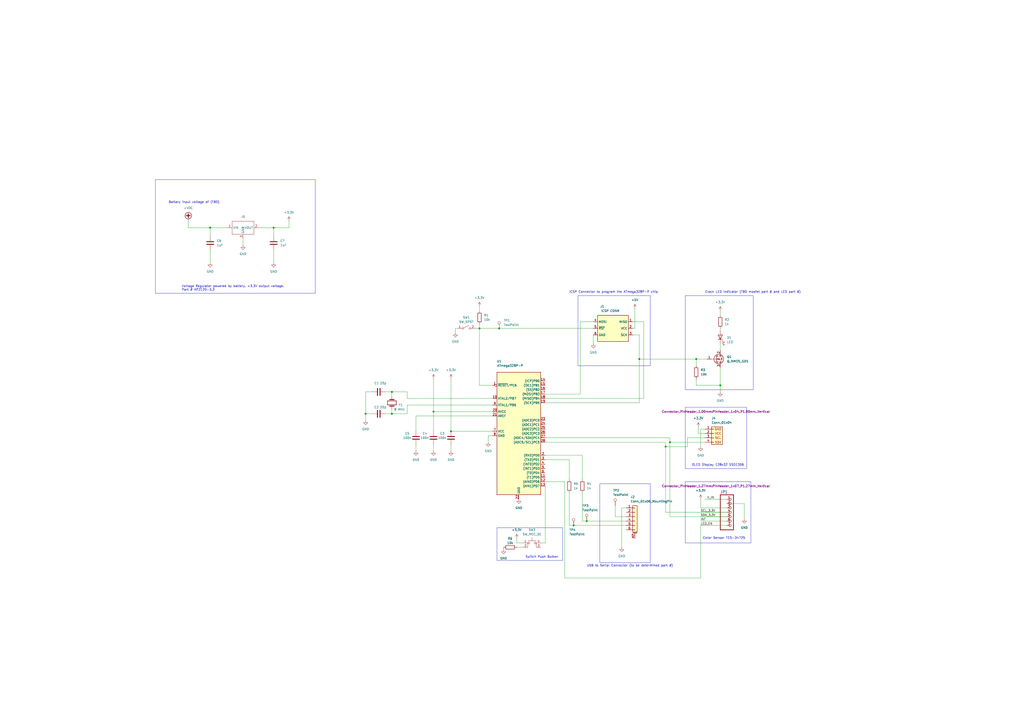
<source format=kicad_sch>
(kicad_sch (version 20230121) (generator eeschema)

  (uuid 3b213592-ad28-4b80-bc7a-214b9fe026d8)

  (paper "A2")

  (lib_symbols
    (symbol "Adafruit TCS34725-eagle-import:HEADER-1X770MIL" (in_bom yes) (on_board yes)
      (property "Reference" "JP" (at -6.35 10.795 0)
        (effects (font (size 1.778 1.5113)) (justify left bottom))
      )
      (property "Value" "" (at -6.35 -12.7 0)
        (effects (font (size 1.778 1.5113)) (justify left bottom))
      )
      (property "Footprint" "Adafruit TCS34725:1X07_ROUND_70" (at 0 0 0)
        (effects (font (size 1.27 1.27)) hide)
      )
      (property "Datasheet" "" (at 0 0 0)
        (effects (font (size 1.27 1.27)) hide)
      )
      (property "ki_locked" "" (at 0 0 0)
        (effects (font (size 1.27 1.27)))
      )
      (symbol "HEADER-1X770MIL_1_0"
        (polyline
          (pts
            (xy -6.35 -10.16)
            (xy 1.27 -10.16)
          )
          (stroke (width 0.4064) (type solid))
          (fill (type none))
        )
        (polyline
          (pts
            (xy -6.35 10.16)
            (xy -6.35 -10.16)
          )
          (stroke (width 0.4064) (type solid))
          (fill (type none))
        )
        (polyline
          (pts
            (xy 1.27 -10.16)
            (xy 1.27 10.16)
          )
          (stroke (width 0.4064) (type solid))
          (fill (type none))
        )
        (polyline
          (pts
            (xy 1.27 10.16)
            (xy -6.35 10.16)
          )
          (stroke (width 0.4064) (type solid))
          (fill (type none))
        )
        (pin passive inverted (at -2.54 7.62 0) (length 2.54)
          (name "1" (effects (font (size 0 0))))
          (number "1" (effects (font (size 1.27 1.27))))
        )
        (pin passive inverted (at -2.54 5.08 0) (length 2.54)
          (name "2" (effects (font (size 0 0))))
          (number "2" (effects (font (size 1.27 1.27))))
        )
        (pin passive inverted (at -2.54 2.54 0) (length 2.54)
          (name "3" (effects (font (size 0 0))))
          (number "3" (effects (font (size 1.27 1.27))))
        )
        (pin passive inverted (at -2.54 0 0) (length 2.54)
          (name "4" (effects (font (size 0 0))))
          (number "4" (effects (font (size 1.27 1.27))))
        )
        (pin passive inverted (at -2.54 -2.54 0) (length 2.54)
          (name "5" (effects (font (size 0 0))))
          (number "5" (effects (font (size 1.27 1.27))))
        )
        (pin passive inverted (at -2.54 -5.08 0) (length 2.54)
          (name "6" (effects (font (size 0 0))))
          (number "6" (effects (font (size 1.27 1.27))))
        )
        (pin passive inverted (at -2.54 -7.62 0) (length 2.54)
          (name "7" (effects (font (size 0 0))))
          (number "7" (effects (font (size 1.27 1.27))))
        )
      )
    )
    (symbol "Connector:Conn_PIC_ICSP_ICD" (in_bom yes) (on_board yes)
      (property "Reference" "J1" (at -3.81 12.7 0)
        (effects (font (size 1.27 1.27)) (justify right))
      )
      (property "Value" "ICSP CONN" (at 5.08 10.16 0)
        (effects (font (size 1.27 1.27)) (justify right))
      )
      (property "Footprint" "" (at 1.27 3.81 0)
        (effects (font (size 1.27 1.27)) hide)
      )
      (property "Datasheet" "http://ww1.microchip.com/downloads/en/devicedoc/30277d.pdf" (at -22.86 -5.08 90)
        (effects (font (size 1.27 1.27)) hide)
      )
      (property "ki_keywords" "icsp icd pic microchip" (at 0 0 0)
        (effects (font (size 1.27 1.27)) hide)
      )
      (property "ki_description" "Microchip PIC In-Circuit Serial Programming/Debugging (ICSP/ICD) connector" (at 0 0 0)
        (effects (font (size 1.27 1.27)) hide)
      )
      (property "ki_fp_filters" "PinHeader*1x06*P2.54mm* PinSocket*1x06*P2.54mm*" (at 0 0 0)
        (effects (font (size 1.27 1.27)) hide)
      )
      (symbol "Conn_PIC_ICSP_ICD_0_1"
        (rectangle (start -7.62 7.62) (end 10.16 -7.62)
          (stroke (width 0.254) (type default))
          (fill (type background))
        )
      )
      (symbol "Conn_PIC_ICSP_ICD_1_1"
        (pin bidirectional line (at 12.7 3.81 180) (length 2.54)
          (name "MISO" (effects (font (size 1.27 1.27))))
          (number "1" (effects (font (size 1.27 1.27))))
        )
        (pin output line (at 12.7 0 180) (length 2.54)
          (name "VCC" (effects (font (size 1.27 1.27))))
          (number "2" (effects (font (size 1.27 1.27))))
        )
        (pin output line (at 12.7 -3.81 180) (length 2.54)
          (name "SCK" (effects (font (size 1.27 1.27))))
          (number "3" (effects (font (size 1.27 1.27))))
        )
        (pin bidirectional line (at -10.16 3.81 0) (length 2.54)
          (name "MOSI" (effects (font (size 1.27 1.27))))
          (number "4" (effects (font (size 1.27 1.27))))
        )
        (pin output line (at -10.16 0 0) (length 2.54)
          (name "~{RST}" (effects (font (size 1.27 1.27))))
          (number "5" (effects (font (size 1.27 1.27))))
        )
        (pin output line (at -10.16 -3.81 0) (length 2.54)
          (name "GND" (effects (font (size 1.27 1.27))))
          (number "6" (effects (font (size 1.27 1.27))))
        )
      )
    )
    (symbol "Connector:TestPoint" (pin_numbers hide) (pin_names (offset 0.762) hide) (in_bom yes) (on_board yes)
      (property "Reference" "TP" (at 0 6.858 0)
        (effects (font (size 1.27 1.27)))
      )
      (property "Value" "TestPoint" (at 0 5.08 0)
        (effects (font (size 1.27 1.27)))
      )
      (property "Footprint" "" (at 5.08 0 0)
        (effects (font (size 1.27 1.27)) hide)
      )
      (property "Datasheet" "~" (at 5.08 0 0)
        (effects (font (size 1.27 1.27)) hide)
      )
      (property "ki_keywords" "test point tp" (at 0 0 0)
        (effects (font (size 1.27 1.27)) hide)
      )
      (property "ki_description" "test point" (at 0 0 0)
        (effects (font (size 1.27 1.27)) hide)
      )
      (property "ki_fp_filters" "Pin* Test*" (at 0 0 0)
        (effects (font (size 1.27 1.27)) hide)
      )
      (symbol "TestPoint_0_1"
        (circle (center 0 3.302) (radius 0.762)
          (stroke (width 0) (type default))
          (fill (type none))
        )
      )
      (symbol "TestPoint_1_1"
        (pin passive line (at 0 0 90) (length 2.54)
          (name "1" (effects (font (size 1.27 1.27))))
          (number "1" (effects (font (size 1.27 1.27))))
        )
      )
    )
    (symbol "Connector_Generic:Conn_01x04" (pin_names (offset 1.016) hide) (in_bom yes) (on_board yes)
      (property "Reference" "J4" (at -1.27 8.89 0)
        (effects (font (size 1.27 1.27)) (justify left))
      )
      (property "Value" "Conn_01x04" (at -1.27 6.35 0)
        (effects (font (size 1.27 1.27)) (justify left))
      )
      (property "Footprint" "" (at 0 0 0)
        (effects (font (size 1.27 1.27)) hide)
      )
      (property "Datasheet" "~" (at 0 0 0)
        (effects (font (size 1.27 1.27)) hide)
      )
      (property "ki_keywords" "connector" (at 0 0 0)
        (effects (font (size 1.27 1.27)) hide)
      )
      (property "ki_description" "Generic connector, single row, 01x04, script generated (kicad-library-utils/schlib/autogen/connector/)" (at 0 0 0)
        (effects (font (size 1.27 1.27)) hide)
      )
      (property "ki_fp_filters" "Connector*:*_1x??_*" (at 0 0 0)
        (effects (font (size 1.27 1.27)) hide)
      )
      (symbol "Conn_01x04_1_1"
        (rectangle (start -1.27 -4.953) (end 0 -5.207)
          (stroke (width 0.1524) (type default))
          (fill (type none))
        )
        (rectangle (start -1.27 -2.413) (end 0 -2.667)
          (stroke (width 0.1524) (type default))
          (fill (type none))
        )
        (rectangle (start -1.27 0.127) (end 0 -0.127)
          (stroke (width 0.1524) (type default))
          (fill (type none))
        )
        (rectangle (start -1.27 2.667) (end 0 2.413)
          (stroke (width 0.1524) (type default))
          (fill (type none))
        )
        (rectangle (start -1.27 3.81) (end 5.08 -6.35)
          (stroke (width 0.254) (type default))
          (fill (type background))
        )
        (text "GND" (at 2.54 2.54 0)
          (effects (font (size 1.27 1.27)))
        )
        (text "SCL\n" (at 2.54 -2.54 0)
          (effects (font (size 1.27 1.27)))
        )
        (text "SDA" (at 2.54 -5.08 0)
          (effects (font (size 1.27 1.27)))
        )
        (text "VCC" (at 2.54 0 0)
          (effects (font (size 1.27 1.27)))
        )
        (pin passive line (at -5.08 2.54 0) (length 3.81)
          (name "Pin_1" (effects (font (size 1.27 1.27))))
          (number "1" (effects (font (size 1.27 1.27))))
        )
        (pin passive line (at -5.08 0 0) (length 3.81)
          (name "Pin_2" (effects (font (size 1.27 1.27))))
          (number "2" (effects (font (size 1.27 1.27))))
        )
        (pin passive line (at -5.08 -2.54 0) (length 3.81)
          (name "Pin_3" (effects (font (size 1.27 1.27))))
          (number "3" (effects (font (size 1.27 1.27))))
        )
        (pin passive line (at -5.08 -5.08 0) (length 3.81)
          (name "Pin_4" (effects (font (size 1.27 1.27))))
          (number "4" (effects (font (size 1.27 1.27))))
        )
      )
    )
    (symbol "Connector_Generic_MountingPin:Conn_01x06_MountingPin" (pin_names (offset 1.016) hide) (in_bom yes) (on_board yes)
      (property "Reference" "J" (at 0 7.62 0)
        (effects (font (size 1.27 1.27)))
      )
      (property "Value" "Conn_01x06_MountingPin" (at 1.27 -10.16 0)
        (effects (font (size 1.27 1.27)) (justify left))
      )
      (property "Footprint" "" (at 0 0 0)
        (effects (font (size 1.27 1.27)) hide)
      )
      (property "Datasheet" "~" (at 0 0 0)
        (effects (font (size 1.27 1.27)) hide)
      )
      (property "ki_keywords" "connector" (at 0 0 0)
        (effects (font (size 1.27 1.27)) hide)
      )
      (property "ki_description" "Generic connectable mounting pin connector, single row, 01x06, script generated (kicad-library-utils/schlib/autogen/connector/)" (at 0 0 0)
        (effects (font (size 1.27 1.27)) hide)
      )
      (property "ki_fp_filters" "Connector*:*_1x??-1MP*" (at 0 0 0)
        (effects (font (size 1.27 1.27)) hide)
      )
      (symbol "Conn_01x06_MountingPin_1_1"
        (rectangle (start -1.27 -7.493) (end 0 -7.747)
          (stroke (width 0.1524) (type default))
          (fill (type none))
        )
        (rectangle (start -1.27 -4.953) (end 0 -5.207)
          (stroke (width 0.1524) (type default))
          (fill (type none))
        )
        (rectangle (start -1.27 -2.413) (end 0 -2.667)
          (stroke (width 0.1524) (type default))
          (fill (type none))
        )
        (rectangle (start -1.27 0.127) (end 0 -0.127)
          (stroke (width 0.1524) (type default))
          (fill (type none))
        )
        (rectangle (start -1.27 2.667) (end 0 2.413)
          (stroke (width 0.1524) (type default))
          (fill (type none))
        )
        (rectangle (start -1.27 5.207) (end 0 4.953)
          (stroke (width 0.1524) (type default))
          (fill (type none))
        )
        (rectangle (start -1.27 6.35) (end 1.27 -8.89)
          (stroke (width 0.254) (type default))
          (fill (type background))
        )
        (polyline
          (pts
            (xy -1.016 -9.652)
            (xy 1.016 -9.652)
          )
          (stroke (width 0.1524) (type default))
          (fill (type none))
        )
        (text "Mounting" (at 0 -9.271 0)
          (effects (font (size 0.381 0.381)))
        )
        (pin passive line (at -5.08 5.08 0) (length 3.81)
          (name "Pin_1" (effects (font (size 1.27 1.27))))
          (number "1" (effects (font (size 1.27 1.27))))
        )
        (pin passive line (at -5.08 2.54 0) (length 3.81)
          (name "Pin_2" (effects (font (size 1.27 1.27))))
          (number "2" (effects (font (size 1.27 1.27))))
        )
        (pin passive line (at -5.08 0 0) (length 3.81)
          (name "Pin_3" (effects (font (size 1.27 1.27))))
          (number "3" (effects (font (size 1.27 1.27))))
        )
        (pin passive line (at -5.08 -2.54 0) (length 3.81)
          (name "Pin_4" (effects (font (size 1.27 1.27))))
          (number "4" (effects (font (size 1.27 1.27))))
        )
        (pin passive line (at -5.08 -5.08 0) (length 3.81)
          (name "Pin_5" (effects (font (size 1.27 1.27))))
          (number "5" (effects (font (size 1.27 1.27))))
        )
        (pin passive line (at -5.08 -7.62 0) (length 3.81)
          (name "Pin_6" (effects (font (size 1.27 1.27))))
          (number "6" (effects (font (size 1.27 1.27))))
        )
        (pin passive line (at 0 -12.7 90) (length 3.048)
          (name "MountPin" (effects (font (size 1.27 1.27))))
          (number "MP" (effects (font (size 1.27 1.27))))
        )
      )
    )
    (symbol "Device:C" (pin_numbers hide) (pin_names (offset 0.254)) (in_bom yes) (on_board yes)
      (property "Reference" "C" (at 0.635 2.54 0)
        (effects (font (size 1.27 1.27)) (justify left))
      )
      (property "Value" "C" (at 0.635 -2.54 0)
        (effects (font (size 1.27 1.27)) (justify left))
      )
      (property "Footprint" "" (at 0.9652 -3.81 0)
        (effects (font (size 1.27 1.27)) hide)
      )
      (property "Datasheet" "~" (at 0 0 0)
        (effects (font (size 1.27 1.27)) hide)
      )
      (property "ki_keywords" "cap capacitor" (at 0 0 0)
        (effects (font (size 1.27 1.27)) hide)
      )
      (property "ki_description" "Unpolarized capacitor" (at 0 0 0)
        (effects (font (size 1.27 1.27)) hide)
      )
      (property "ki_fp_filters" "C_*" (at 0 0 0)
        (effects (font (size 1.27 1.27)) hide)
      )
      (symbol "C_0_1"
        (polyline
          (pts
            (xy -2.032 -0.762)
            (xy 2.032 -0.762)
          )
          (stroke (width 0.508) (type default))
          (fill (type none))
        )
        (polyline
          (pts
            (xy -2.032 0.762)
            (xy 2.032 0.762)
          )
          (stroke (width 0.508) (type default))
          (fill (type none))
        )
      )
      (symbol "C_1_1"
        (pin passive line (at 0 3.81 270) (length 2.794)
          (name "~" (effects (font (size 1.27 1.27))))
          (number "1" (effects (font (size 1.27 1.27))))
        )
        (pin passive line (at 0 -3.81 90) (length 2.794)
          (name "~" (effects (font (size 1.27 1.27))))
          (number "2" (effects (font (size 1.27 1.27))))
        )
      )
    )
    (symbol "Device:Crystal" (pin_numbers hide) (pin_names (offset 1.016) hide) (in_bom yes) (on_board yes)
      (property "Reference" "Y" (at 0 3.81 0)
        (effects (font (size 1.27 1.27)))
      )
      (property "Value" "Crystal" (at 0 -3.81 0)
        (effects (font (size 1.27 1.27)))
      )
      (property "Footprint" "" (at 0 0 0)
        (effects (font (size 1.27 1.27)) hide)
      )
      (property "Datasheet" "~" (at 0 0 0)
        (effects (font (size 1.27 1.27)) hide)
      )
      (property "ki_keywords" "quartz ceramic resonator oscillator" (at 0 0 0)
        (effects (font (size 1.27 1.27)) hide)
      )
      (property "ki_description" "Two pin crystal" (at 0 0 0)
        (effects (font (size 1.27 1.27)) hide)
      )
      (property "ki_fp_filters" "Crystal*" (at 0 0 0)
        (effects (font (size 1.27 1.27)) hide)
      )
      (symbol "Crystal_0_1"
        (rectangle (start -1.143 2.54) (end 1.143 -2.54)
          (stroke (width 0.3048) (type default))
          (fill (type none))
        )
        (polyline
          (pts
            (xy -2.54 0)
            (xy -1.905 0)
          )
          (stroke (width 0) (type default))
          (fill (type none))
        )
        (polyline
          (pts
            (xy -1.905 -1.27)
            (xy -1.905 1.27)
          )
          (stroke (width 0.508) (type default))
          (fill (type none))
        )
        (polyline
          (pts
            (xy 1.905 -1.27)
            (xy 1.905 1.27)
          )
          (stroke (width 0.508) (type default))
          (fill (type none))
        )
        (polyline
          (pts
            (xy 2.54 0)
            (xy 1.905 0)
          )
          (stroke (width 0) (type default))
          (fill (type none))
        )
      )
      (symbol "Crystal_1_1"
        (pin passive line (at -3.81 0 0) (length 1.27)
          (name "1" (effects (font (size 1.27 1.27))))
          (number "1" (effects (font (size 1.27 1.27))))
        )
        (pin passive line (at 3.81 0 180) (length 1.27)
          (name "2" (effects (font (size 1.27 1.27))))
          (number "2" (effects (font (size 1.27 1.27))))
        )
      )
    )
    (symbol "Device:LED" (pin_numbers hide) (pin_names (offset 1.016) hide) (in_bom yes) (on_board yes)
      (property "Reference" "D" (at 0 2.54 0)
        (effects (font (size 1.27 1.27)))
      )
      (property "Value" "LED" (at 0 -2.54 0)
        (effects (font (size 1.27 1.27)))
      )
      (property "Footprint" "" (at 0 0 0)
        (effects (font (size 1.27 1.27)) hide)
      )
      (property "Datasheet" "~" (at 0 0 0)
        (effects (font (size 1.27 1.27)) hide)
      )
      (property "ki_keywords" "LED diode" (at 0 0 0)
        (effects (font (size 1.27 1.27)) hide)
      )
      (property "ki_description" "Light emitting diode" (at 0 0 0)
        (effects (font (size 1.27 1.27)) hide)
      )
      (property "ki_fp_filters" "LED* LED_SMD:* LED_THT:*" (at 0 0 0)
        (effects (font (size 1.27 1.27)) hide)
      )
      (symbol "LED_0_1"
        (polyline
          (pts
            (xy -1.27 -1.27)
            (xy -1.27 1.27)
          )
          (stroke (width 0.254) (type default))
          (fill (type none))
        )
        (polyline
          (pts
            (xy -1.27 0)
            (xy 1.27 0)
          )
          (stroke (width 0) (type default))
          (fill (type none))
        )
        (polyline
          (pts
            (xy 1.27 -1.27)
            (xy 1.27 1.27)
            (xy -1.27 0)
            (xy 1.27 -1.27)
          )
          (stroke (width 0.254) (type default))
          (fill (type none))
        )
        (polyline
          (pts
            (xy -3.048 -0.762)
            (xy -4.572 -2.286)
            (xy -3.81 -2.286)
            (xy -4.572 -2.286)
            (xy -4.572 -1.524)
          )
          (stroke (width 0) (type default))
          (fill (type none))
        )
        (polyline
          (pts
            (xy -1.778 -0.762)
            (xy -3.302 -2.286)
            (xy -2.54 -2.286)
            (xy -3.302 -2.286)
            (xy -3.302 -1.524)
          )
          (stroke (width 0) (type default))
          (fill (type none))
        )
      )
      (symbol "LED_1_1"
        (pin passive line (at -3.81 0 0) (length 2.54)
          (name "K" (effects (font (size 1.27 1.27))))
          (number "1" (effects (font (size 1.27 1.27))))
        )
        (pin passive line (at 3.81 0 180) (length 2.54)
          (name "A" (effects (font (size 1.27 1.27))))
          (number "2" (effects (font (size 1.27 1.27))))
        )
      )
    )
    (symbol "Device:Q_NMOS_GDS" (pin_names (offset 0) hide) (in_bom yes) (on_board yes)
      (property "Reference" "Q" (at 5.08 1.27 0)
        (effects (font (size 1.27 1.27)) (justify left))
      )
      (property "Value" "Q_NMOS_GDS" (at 5.08 -1.27 0)
        (effects (font (size 1.27 1.27)) (justify left))
      )
      (property "Footprint" "" (at 5.08 2.54 0)
        (effects (font (size 1.27 1.27)) hide)
      )
      (property "Datasheet" "~" (at 0 0 0)
        (effects (font (size 1.27 1.27)) hide)
      )
      (property "ki_keywords" "transistor NMOS N-MOS N-MOSFET" (at 0 0 0)
        (effects (font (size 1.27 1.27)) hide)
      )
      (property "ki_description" "N-MOSFET transistor, gate/drain/source" (at 0 0 0)
        (effects (font (size 1.27 1.27)) hide)
      )
      (symbol "Q_NMOS_GDS_0_1"
        (polyline
          (pts
            (xy 0.254 0)
            (xy -2.54 0)
          )
          (stroke (width 0) (type default))
          (fill (type none))
        )
        (polyline
          (pts
            (xy 0.254 1.905)
            (xy 0.254 -1.905)
          )
          (stroke (width 0.254) (type default))
          (fill (type none))
        )
        (polyline
          (pts
            (xy 0.762 -1.27)
            (xy 0.762 -2.286)
          )
          (stroke (width 0.254) (type default))
          (fill (type none))
        )
        (polyline
          (pts
            (xy 0.762 0.508)
            (xy 0.762 -0.508)
          )
          (stroke (width 0.254) (type default))
          (fill (type none))
        )
        (polyline
          (pts
            (xy 0.762 2.286)
            (xy 0.762 1.27)
          )
          (stroke (width 0.254) (type default))
          (fill (type none))
        )
        (polyline
          (pts
            (xy 2.54 2.54)
            (xy 2.54 1.778)
          )
          (stroke (width 0) (type default))
          (fill (type none))
        )
        (polyline
          (pts
            (xy 2.54 -2.54)
            (xy 2.54 0)
            (xy 0.762 0)
          )
          (stroke (width 0) (type default))
          (fill (type none))
        )
        (polyline
          (pts
            (xy 0.762 -1.778)
            (xy 3.302 -1.778)
            (xy 3.302 1.778)
            (xy 0.762 1.778)
          )
          (stroke (width 0) (type default))
          (fill (type none))
        )
        (polyline
          (pts
            (xy 1.016 0)
            (xy 2.032 0.381)
            (xy 2.032 -0.381)
            (xy 1.016 0)
          )
          (stroke (width 0) (type default))
          (fill (type outline))
        )
        (polyline
          (pts
            (xy 2.794 0.508)
            (xy 2.921 0.381)
            (xy 3.683 0.381)
            (xy 3.81 0.254)
          )
          (stroke (width 0) (type default))
          (fill (type none))
        )
        (polyline
          (pts
            (xy 3.302 0.381)
            (xy 2.921 -0.254)
            (xy 3.683 -0.254)
            (xy 3.302 0.381)
          )
          (stroke (width 0) (type default))
          (fill (type none))
        )
        (circle (center 1.651 0) (radius 2.794)
          (stroke (width 0.254) (type default))
          (fill (type none))
        )
        (circle (center 2.54 -1.778) (radius 0.254)
          (stroke (width 0) (type default))
          (fill (type outline))
        )
        (circle (center 2.54 1.778) (radius 0.254)
          (stroke (width 0) (type default))
          (fill (type outline))
        )
      )
      (symbol "Q_NMOS_GDS_1_1"
        (pin input line (at -5.08 0 0) (length 2.54)
          (name "G" (effects (font (size 1.27 1.27))))
          (number "1" (effects (font (size 1.27 1.27))))
        )
        (pin passive line (at 2.54 5.08 270) (length 2.54)
          (name "D" (effects (font (size 1.27 1.27))))
          (number "2" (effects (font (size 1.27 1.27))))
        )
        (pin passive line (at 2.54 -5.08 90) (length 2.54)
          (name "S" (effects (font (size 1.27 1.27))))
          (number "3" (effects (font (size 1.27 1.27))))
        )
      )
    )
    (symbol "Device:R" (pin_numbers hide) (pin_names (offset 0)) (in_bom yes) (on_board yes)
      (property "Reference" "R" (at 2.032 0 90)
        (effects (font (size 1.27 1.27)))
      )
      (property "Value" "R" (at 0 0 90)
        (effects (font (size 1.27 1.27)))
      )
      (property "Footprint" "" (at -1.778 0 90)
        (effects (font (size 1.27 1.27)) hide)
      )
      (property "Datasheet" "~" (at 0 0 0)
        (effects (font (size 1.27 1.27)) hide)
      )
      (property "ki_keywords" "R res resistor" (at 0 0 0)
        (effects (font (size 1.27 1.27)) hide)
      )
      (property "ki_description" "Resistor" (at 0 0 0)
        (effects (font (size 1.27 1.27)) hide)
      )
      (property "ki_fp_filters" "R_*" (at 0 0 0)
        (effects (font (size 1.27 1.27)) hide)
      )
      (symbol "R_0_1"
        (rectangle (start -1.016 -2.54) (end 1.016 2.54)
          (stroke (width 0.254) (type default))
          (fill (type none))
        )
      )
      (symbol "R_1_1"
        (pin passive line (at 0 3.81 270) (length 1.27)
          (name "~" (effects (font (size 1.27 1.27))))
          (number "1" (effects (font (size 1.27 1.27))))
        )
        (pin passive line (at 0 -3.81 90) (length 1.27)
          (name "~" (effects (font (size 1.27 1.27))))
          (number "2" (effects (font (size 1.27 1.27))))
        )
      )
    )
    (symbol "MCU_Microchip_ATmega:ATmega328P-P" (in_bom yes) (on_board yes)
      (property "Reference" "U1" (at -19.05 41.91 0)
        (effects (font (size 1.27 1.27)))
      )
      (property "Value" "ATmega328P-P" (at -20.32 39.37 0)
        (effects (font (size 1.27 1.27)))
      )
      (property "Footprint" "Package_DIP:DIP-28_W7.62mm" (at -35.56 -5.08 0)
        (effects (font (size 1.27 1.27) italic) hide)
      )
      (property "Datasheet" "http://ww1.microchip.com/downloads/en/DeviceDoc/ATmega328_P%20AVR%20MCU%20with%20picoPower%20Technology%20Data%20Sheet%2040001984A.pdf" (at -5.08 -50.8 0)
        (effects (font (size 1.27 1.27)) hide)
      )
      (property "ki_keywords" "AVR 8bit Microcontroller MegaAVR PicoPower" (at 0 0 0)
        (effects (font (size 1.27 1.27)) hide)
      )
      (property "ki_description" "20MHz, 32kB Flash, 2kB SRAM, 1kB EEPROM, DIP-28" (at 0 0 0)
        (effects (font (size 1.27 1.27)) hide)
      )
      (property "ki_fp_filters" "DIP*W7.62mm*" (at 0 0 0)
        (effects (font (size 1.27 1.27)) hide)
      )
      (symbol "ATmega328P-P_0_1"
        (rectangle (start -12.7 35.56) (end 12.7 -35.56)
          (stroke (width 0.254) (type default))
          (fill (type background))
        )
      )
      (symbol "ATmega328P-P_1_1"
        (pin bidirectional inverted (at -15.24 27.94 0) (length 2.54)
          (name "~{RESET}/PC6" (effects (font (size 1.27 1.27))))
          (number "1" (effects (font (size 1.27 1.27))))
        )
        (pin bidirectional line (at -15.24 20.32 0) (length 2.54)
          (name "XTAL2/PB7" (effects (font (size 1.27 1.27))))
          (number "10" (effects (font (size 1.27 1.27))))
        )
        (pin bidirectional line (at 15.24 -25.4 180) (length 2.54)
          (name "(T1)PD5" (effects (font (size 1.27 1.27))))
          (number "11" (effects (font (size 1.27 1.27))))
        )
        (pin bidirectional line (at 15.24 -27.94 180) (length 2.54)
          (name "(AIN0)PD6" (effects (font (size 1.27 1.27))))
          (number "12" (effects (font (size 1.27 1.27))))
        )
        (pin bidirectional line (at 15.24 -30.48 180) (length 2.54)
          (name "(AIN1)PD7" (effects (font (size 1.27 1.27))))
          (number "13" (effects (font (size 1.27 1.27))))
        )
        (pin bidirectional line (at 15.24 30.48 180) (length 2.54)
          (name "(ICP)PB0" (effects (font (size 1.27 1.27))))
          (number "14" (effects (font (size 1.27 1.27))))
        )
        (pin bidirectional line (at 15.24 27.94 180) (length 2.54)
          (name "(OC1)PB1" (effects (font (size 1.27 1.27))))
          (number "15" (effects (font (size 1.27 1.27))))
        )
        (pin bidirectional line (at 15.24 25.4 180) (length 2.54)
          (name "(SS)PB2" (effects (font (size 1.27 1.27))))
          (number "16" (effects (font (size 1.27 1.27))))
        )
        (pin bidirectional line (at 15.24 22.86 180) (length 2.54)
          (name "(MOSI)PB3" (effects (font (size 1.27 1.27))))
          (number "17" (effects (font (size 1.27 1.27))))
        )
        (pin bidirectional line (at 15.24 20.32 180) (length 2.54)
          (name "(MISO)PB4" (effects (font (size 1.27 1.27))))
          (number "18" (effects (font (size 1.27 1.27))))
        )
        (pin bidirectional line (at 15.24 17.78 180) (length 2.54)
          (name "(SCK)PB5" (effects (font (size 1.27 1.27))))
          (number "19" (effects (font (size 1.27 1.27))))
        )
        (pin bidirectional line (at 15.24 -12.7 180) (length 2.54)
          (name "(RXD)PD0" (effects (font (size 1.27 1.27))))
          (number "2" (effects (font (size 1.27 1.27))))
        )
        (pin power_in line (at -15.24 12.7 0) (length 2.54)
          (name "AVCC" (effects (font (size 1.27 1.27))))
          (number "20" (effects (font (size 1.27 1.27))))
        )
        (pin passive line (at -15.24 10.16 0) (length 2.54)
          (name "AREF" (effects (font (size 1.27 1.27))))
          (number "21" (effects (font (size 1.27 1.27))))
        )
        (pin passive line (at 0 -38.1 90) (length 2.54)
          (name "GND" (effects (font (size 1.27 1.27))))
          (number "22" (effects (font (size 1.27 1.27))))
        )
        (pin bidirectional line (at 15.24 7.62 180) (length 2.54)
          (name "(ADC0)PC0" (effects (font (size 1.27 1.27))))
          (number "23" (effects (font (size 1.27 1.27))))
        )
        (pin bidirectional line (at 15.24 5.08 180) (length 2.54)
          (name "(ADC1)PC1" (effects (font (size 1.27 1.27))))
          (number "24" (effects (font (size 1.27 1.27))))
        )
        (pin bidirectional line (at 15.24 2.54 180) (length 2.54)
          (name "(ADC2)PC2" (effects (font (size 1.27 1.27))))
          (number "25" (effects (font (size 1.27 1.27))))
        )
        (pin bidirectional line (at 15.24 0 180) (length 2.54)
          (name "(ADC3)PC3" (effects (font (size 1.27 1.27))))
          (number "26" (effects (font (size 1.27 1.27))))
        )
        (pin bidirectional line (at 15.24 -2.54 180) (length 2.54)
          (name "(ADC4/SDA)PC4" (effects (font (size 1.27 1.27))))
          (number "27" (effects (font (size 1.27 1.27))))
        )
        (pin bidirectional line (at 15.24 -5.08 180) (length 2.54)
          (name "(ADC5/SCL)PC5" (effects (font (size 1.27 1.27))))
          (number "28" (effects (font (size 1.27 1.27))))
        )
        (pin bidirectional line (at 15.24 -15.24 180) (length 2.54)
          (name "(TXD)PD1" (effects (font (size 1.27 1.27))))
          (number "3" (effects (font (size 1.27 1.27))))
        )
        (pin bidirectional line (at 15.24 -17.78 180) (length 2.54)
          (name "(INT0)PD2" (effects (font (size 1.27 1.27))))
          (number "4" (effects (font (size 1.27 1.27))))
        )
        (pin bidirectional line (at 15.24 -20.32 180) (length 2.54)
          (name "(INT1)PD3" (effects (font (size 1.27 1.27))))
          (number "5" (effects (font (size 1.27 1.27))))
        )
        (pin bidirectional line (at 15.24 -22.86 180) (length 2.54)
          (name "(T0)PD4" (effects (font (size 1.27 1.27))))
          (number "6" (effects (font (size 1.27 1.27))))
        )
        (pin power_in line (at -15.24 1.27 0) (length 2.54)
          (name "VCC" (effects (font (size 1.27 1.27))))
          (number "7" (effects (font (size 1.27 1.27))))
        )
        (pin power_in line (at -15.24 -1.27 0) (length 2.54)
          (name "GND" (effects (font (size 1.27 1.27))))
          (number "8" (effects (font (size 1.27 1.27))))
        )
        (pin bidirectional line (at -15.24 16.51 0) (length 2.54)
          (name "XTAL1/PB6" (effects (font (size 1.27 1.27))))
          (number "9" (effects (font (size 1.27 1.27))))
        )
      )
    )
    (symbol "Regulator_Linear:AP2120-3.3" (in_bom yes) (on_board yes)
      (property "Reference" "J" (at 0 8.89 0)
        (effects (font (size 1.27 1.27)))
      )
      (property "Value" "" (at 0 0 0)
        (effects (font (size 1.27 1.27)))
      )
      (property "Footprint" "" (at 0 0 0)
        (effects (font (size 1.27 1.27)) hide)
      )
      (property "Datasheet" "" (at 0 0 0)
        (effects (font (size 1.27 1.27)) hide)
      )
      (symbol "AP2120-3.3_0_1"
        (rectangle (start -6.35 3.81) (end 6.35 -3.81)
          (stroke (width 0) (type default))
          (fill (type none))
        )
      )
      (symbol "AP2120-3.3_1_1"
        (pin input line (at -8.89 0 0) (length 2.54)
          (name "VIN" (effects (font (size 1.27 1.27))))
          (number "1" (effects (font (size 1.27 1.27))))
        )
        (pin input line (at 8.89 0 180) (length 2.54)
          (name "VOUT" (effects (font (size 1.27 1.27))))
          (number "2" (effects (font (size 1.27 1.27))))
        )
        (pin input line (at 0 -6.35 90) (length 2.54)
          (name "GND" (effects (font (size 1.27 1.27))))
          (number "3" (effects (font (size 1.27 1.27))))
        )
      )
    )
    (symbol "Switch:SW_MEC_5E" (pin_names (offset 1.016) hide) (in_bom yes) (on_board yes)
      (property "Reference" "SW" (at 0.635 5.715 0)
        (effects (font (size 1.27 1.27)) (justify left))
      )
      (property "Value" "SW_MEC_5E" (at 0 -3.175 0)
        (effects (font (size 1.27 1.27)))
      )
      (property "Footprint" "" (at 0 7.62 0)
        (effects (font (size 1.27 1.27)) hide)
      )
      (property "Datasheet" "http://www.apem.com/int/index.php?controller=attachment&id_attachment=1371" (at 0 7.62 0)
        (effects (font (size 1.27 1.27)) hide)
      )
      (property "ki_keywords" "switch normally-open pushbutton push-button" (at 0 0 0)
        (effects (font (size 1.27 1.27)) hide)
      )
      (property "ki_description" "MEC 5E single pole normally-open tactile switch" (at 0 0 0)
        (effects (font (size 1.27 1.27)) hide)
      )
      (property "ki_fp_filters" "SW*MEC*5G*" (at 0 0 0)
        (effects (font (size 1.27 1.27)) hide)
      )
      (symbol "SW_MEC_5E_0_1"
        (circle (center -1.778 2.54) (radius 0.508)
          (stroke (width 0) (type default))
          (fill (type none))
        )
        (polyline
          (pts
            (xy -2.286 3.81)
            (xy 2.286 3.81)
          )
          (stroke (width 0) (type default))
          (fill (type none))
        )
        (polyline
          (pts
            (xy 0 3.81)
            (xy 0 5.588)
          )
          (stroke (width 0) (type default))
          (fill (type none))
        )
        (polyline
          (pts
            (xy -2.54 0)
            (xy -2.54 2.54)
            (xy -2.286 2.54)
          )
          (stroke (width 0) (type default))
          (fill (type none))
        )
        (polyline
          (pts
            (xy 2.54 0)
            (xy 2.54 2.54)
            (xy 2.286 2.54)
          )
          (stroke (width 0) (type default))
          (fill (type none))
        )
        (circle (center 1.778 2.54) (radius 0.508)
          (stroke (width 0) (type default))
          (fill (type none))
        )
        (pin passive line (at -5.08 2.54 0) (length 2.54)
          (name "1" (effects (font (size 1.27 1.27))))
          (number "1" (effects (font (size 1.27 1.27))))
        )
        (pin passive line (at -5.08 0 0) (length 2.54)
          (name "2" (effects (font (size 1.27 1.27))))
          (number "2" (effects (font (size 1.27 1.27))))
        )
        (pin passive line (at 5.08 0 180) (length 2.54)
          (name "K" (effects (font (size 1.27 1.27))))
          (number "3" (effects (font (size 1.27 1.27))))
        )
        (pin passive line (at 5.08 2.54 180) (length 2.54)
          (name "A" (effects (font (size 1.27 1.27))))
          (number "4" (effects (font (size 1.27 1.27))))
        )
      )
    )
    (symbol "Switch:SW_SPST" (pin_names (offset 0) hide) (in_bom yes) (on_board yes)
      (property "Reference" "SW" (at 0 3.175 0)
        (effects (font (size 1.27 1.27)))
      )
      (property "Value" "SW_SPST" (at 0 -2.54 0)
        (effects (font (size 1.27 1.27)))
      )
      (property "Footprint" "" (at 0 0 0)
        (effects (font (size 1.27 1.27)) hide)
      )
      (property "Datasheet" "~" (at 0 0 0)
        (effects (font (size 1.27 1.27)) hide)
      )
      (property "ki_keywords" "switch lever" (at 0 0 0)
        (effects (font (size 1.27 1.27)) hide)
      )
      (property "ki_description" "Single Pole Single Throw (SPST) switch" (at 0 0 0)
        (effects (font (size 1.27 1.27)) hide)
      )
      (symbol "SW_SPST_0_0"
        (circle (center -2.032 0) (radius 0.508)
          (stroke (width 0) (type default))
          (fill (type none))
        )
        (polyline
          (pts
            (xy -1.524 0.254)
            (xy 1.524 1.778)
          )
          (stroke (width 0) (type default))
          (fill (type none))
        )
        (circle (center 2.032 0) (radius 0.508)
          (stroke (width 0) (type default))
          (fill (type none))
        )
      )
      (symbol "SW_SPST_1_1"
        (pin passive line (at -5.08 0 0) (length 2.54)
          (name "A" (effects (font (size 1.27 1.27))))
          (number "1" (effects (font (size 1.27 1.27))))
        )
        (pin passive line (at 5.08 0 180) (length 2.54)
          (name "B" (effects (font (size 1.27 1.27))))
          (number "2" (effects (font (size 1.27 1.27))))
        )
      )
    )
    (symbol "power:+3.3V" (power) (pin_names (offset 0)) (in_bom yes) (on_board yes)
      (property "Reference" "#PWR" (at 0 -3.81 0)
        (effects (font (size 1.27 1.27)) hide)
      )
      (property "Value" "+3.3V" (at 0 3.556 0)
        (effects (font (size 1.27 1.27)))
      )
      (property "Footprint" "" (at 0 0 0)
        (effects (font (size 1.27 1.27)) hide)
      )
      (property "Datasheet" "" (at 0 0 0)
        (effects (font (size 1.27 1.27)) hide)
      )
      (property "ki_keywords" "global power" (at 0 0 0)
        (effects (font (size 1.27 1.27)) hide)
      )
      (property "ki_description" "Power symbol creates a global label with name \"+3.3V\"" (at 0 0 0)
        (effects (font (size 1.27 1.27)) hide)
      )
      (symbol "+3.3V_0_1"
        (polyline
          (pts
            (xy -0.762 1.27)
            (xy 0 2.54)
          )
          (stroke (width 0) (type default))
          (fill (type none))
        )
        (polyline
          (pts
            (xy 0 0)
            (xy 0 2.54)
          )
          (stroke (width 0) (type default))
          (fill (type none))
        )
        (polyline
          (pts
            (xy 0 2.54)
            (xy 0.762 1.27)
          )
          (stroke (width 0) (type default))
          (fill (type none))
        )
      )
      (symbol "+3.3V_1_1"
        (pin power_in line (at 0 0 90) (length 0) hide
          (name "+3.3V" (effects (font (size 1.27 1.27))))
          (number "1" (effects (font (size 1.27 1.27))))
        )
      )
    )
    (symbol "power:+5V" (power) (pin_names (offset 0)) (in_bom yes) (on_board yes)
      (property "Reference" "#PWR" (at 0 -3.81 0)
        (effects (font (size 1.27 1.27)) hide)
      )
      (property "Value" "+5V" (at 0 3.556 0)
        (effects (font (size 1.27 1.27)))
      )
      (property "Footprint" "" (at 0 0 0)
        (effects (font (size 1.27 1.27)) hide)
      )
      (property "Datasheet" "" (at 0 0 0)
        (effects (font (size 1.27 1.27)) hide)
      )
      (property "ki_keywords" "global power" (at 0 0 0)
        (effects (font (size 1.27 1.27)) hide)
      )
      (property "ki_description" "Power symbol creates a global label with name \"+5V\"" (at 0 0 0)
        (effects (font (size 1.27 1.27)) hide)
      )
      (symbol "+5V_0_1"
        (polyline
          (pts
            (xy -0.762 1.27)
            (xy 0 2.54)
          )
          (stroke (width 0) (type default))
          (fill (type none))
        )
        (polyline
          (pts
            (xy 0 0)
            (xy 0 2.54)
          )
          (stroke (width 0) (type default))
          (fill (type none))
        )
        (polyline
          (pts
            (xy 0 2.54)
            (xy 0.762 1.27)
          )
          (stroke (width 0) (type default))
          (fill (type none))
        )
      )
      (symbol "+5V_1_1"
        (pin power_in line (at 0 0 90) (length 0) hide
          (name "+5V" (effects (font (size 1.27 1.27))))
          (number "1" (effects (font (size 1.27 1.27))))
        )
      )
    )
    (symbol "power:+VDC" (power) (pin_names (offset 0)) (in_bom yes) (on_board yes)
      (property "Reference" "#PWR" (at 0 -2.54 0)
        (effects (font (size 1.27 1.27)) hide)
      )
      (property "Value" "+VDC" (at 0 6.35 0)
        (effects (font (size 1.27 1.27)))
      )
      (property "Footprint" "" (at 0 0 0)
        (effects (font (size 1.27 1.27)) hide)
      )
      (property "Datasheet" "" (at 0 0 0)
        (effects (font (size 1.27 1.27)) hide)
      )
      (property "ki_keywords" "global power" (at 0 0 0)
        (effects (font (size 1.27 1.27)) hide)
      )
      (property "ki_description" "Power symbol creates a global label with name \"+VDC\"" (at 0 0 0)
        (effects (font (size 1.27 1.27)) hide)
      )
      (symbol "+VDC_0_1"
        (polyline
          (pts
            (xy -1.143 3.175)
            (xy 1.143 3.175)
          )
          (stroke (width 0.508) (type default))
          (fill (type none))
        )
        (polyline
          (pts
            (xy 0 0)
            (xy 0 1.27)
          )
          (stroke (width 0) (type default))
          (fill (type none))
        )
        (polyline
          (pts
            (xy 0 2.032)
            (xy 0 4.318)
          )
          (stroke (width 0.508) (type default))
          (fill (type none))
        )
        (circle (center 0 3.175) (radius 1.905)
          (stroke (width 0.254) (type default))
          (fill (type none))
        )
      )
      (symbol "+VDC_1_1"
        (pin power_in line (at 0 0 90) (length 0) hide
          (name "+VDC" (effects (font (size 1.27 1.27))))
          (number "1" (effects (font (size 1.27 1.27))))
        )
      )
    )
    (symbol "power:GND" (power) (pin_names (offset 0)) (in_bom yes) (on_board yes)
      (property "Reference" "#PWR" (at 0 -6.35 0)
        (effects (font (size 1.27 1.27)) hide)
      )
      (property "Value" "GND" (at 0 -3.81 0)
        (effects (font (size 1.27 1.27)))
      )
      (property "Footprint" "" (at 0 0 0)
        (effects (font (size 1.27 1.27)) hide)
      )
      (property "Datasheet" "" (at 0 0 0)
        (effects (font (size 1.27 1.27)) hide)
      )
      (property "ki_keywords" "global power" (at 0 0 0)
        (effects (font (size 1.27 1.27)) hide)
      )
      (property "ki_description" "Power symbol creates a global label with name \"GND\" , ground" (at 0 0 0)
        (effects (font (size 1.27 1.27)) hide)
      )
      (symbol "GND_0_1"
        (polyline
          (pts
            (xy 0 0)
            (xy 0 -1.27)
            (xy 1.27 -1.27)
            (xy 0 -2.54)
            (xy -1.27 -1.27)
            (xy 0 -1.27)
          )
          (stroke (width 0) (type default))
          (fill (type none))
        )
      )
      (symbol "GND_1_1"
        (pin power_in line (at 0 0 270) (length 0) hide
          (name "GND" (effects (font (size 1.27 1.27))))
          (number "1" (effects (font (size 1.27 1.27))))
        )
      )
    )
  )

  (junction (at 403.86 208.28) (diameter 0) (color 0 0 0 0)
    (uuid 226854a6-a0fd-4cf2-b139-6b5fa7808539)
  )
  (junction (at 227.33 227.33) (diameter 0) (color 0 0 0 0)
    (uuid 33895b64-5b62-4609-ab76-c032c21e6c29)
  )
  (junction (at 227.33 240.03) (diameter 0) (color 0 0 0 0)
    (uuid 3526ad19-27fd-4f29-9601-0e9c618282bb)
  )
  (junction (at 417.83 223.52) (diameter 0) (color 0 0 0 0)
    (uuid 36613b6c-e610-4c55-a9d3-7d55f0cee5f5)
  )
  (junction (at 386.08 259.08) (diameter 0) (color 0 0 0 0)
    (uuid 36d3b15d-607e-4a84-9737-e5aa5720ff92)
  )
  (junction (at 121.92 132.08) (diameter 0) (color 0 0 0 0)
    (uuid 40c9b0ca-0104-4b27-90e6-b53e0e490794)
  )
  (junction (at 212.09 240.03) (diameter 0) (color 0 0 0 0)
    (uuid 448a3ee5-93d4-43af-a552-5b891927f185)
  )
  (junction (at 261.62 250.19) (diameter 0) (color 0 0 0 0)
    (uuid 4d466ee8-6bbd-4a06-a7a4-67ae8ccfe3e1)
  )
  (junction (at 278.13 190.5) (diameter 0) (color 0 0 0 0)
    (uuid 69edbd4d-37fd-448c-ba4f-21ebd9876a6c)
  )
  (junction (at 340.36 302.26) (diameter 0) (color 0 0 0 0)
    (uuid 72fa4af4-faf2-4600-8c99-176ea70fb290)
  )
  (junction (at 388.62 256.54) (diameter 0) (color 0 0 0 0)
    (uuid 7cf712b7-08fd-45eb-aacf-511a3ceb15d2)
  )
  (junction (at 370.84 208.28) (diameter 0) (color 0 0 0 0)
    (uuid 8693ec29-6e53-4dbe-80cb-dff2f07d1012)
  )
  (junction (at 251.46 238.76) (diameter 0) (color 0 0 0 0)
    (uuid 982f13c7-cfae-4288-9871-bc5f09eaa914)
  )
  (junction (at 332.74 304.8) (diameter 0) (color 0 0 0 0)
    (uuid 98387cd4-ba8d-4848-bcad-986f56f9139d)
  )
  (junction (at 289.56 190.5) (diameter 0) (color 0 0 0 0)
    (uuid ae88ee50-eca7-48ff-811e-19cac079836d)
  )
  (junction (at 158.75 132.08) (diameter 0) (color 0 0 0 0)
    (uuid f5082d63-79f2-4433-b663-fa190fc8a466)
  )

  (wire (pts (xy 132.08 132.08) (xy 121.92 132.08))
    (stroke (width 0) (type default))
    (uuid 01a541ee-07b4-4866-8083-a58a88b2fa0d)
  )
  (wire (pts (xy 223.52 240.03) (xy 227.33 240.03))
    (stroke (width 0) (type default))
    (uuid 02713049-dc83-4356-8b14-c7da9566c1b0)
  )
  (wire (pts (xy 285.75 252.73) (xy 283.21 252.73))
    (stroke (width 0) (type default))
    (uuid 0586c538-a600-4a96-80cf-b767f04ece64)
  )
  (wire (pts (xy 316.23 279.4) (xy 327.66 279.4))
    (stroke (width 0) (type default))
    (uuid 0a9a6829-9c3b-4575-b337-48d771bd9fad)
  )
  (wire (pts (xy 370.84 208.28) (xy 370.84 233.68))
    (stroke (width 0) (type default))
    (uuid 0b01f9ab-4048-4d93-9f52-efaf95c0aa97)
  )
  (wire (pts (xy 367.03 194.31) (xy 370.84 194.31))
    (stroke (width 0) (type default))
    (uuid 0c9aa210-4253-48ad-90fe-4cc90b69b007)
  )
  (wire (pts (xy 299.72 317.5) (xy 303.53 317.5))
    (stroke (width 0) (type default))
    (uuid 0d21f90d-482c-4bd1-80db-713124864710)
  )
  (wire (pts (xy 330.2 304.8) (xy 332.74 304.8))
    (stroke (width 0) (type default))
    (uuid 0e468fbc-d9b5-4741-b109-634daa41307d)
  )
  (wire (pts (xy 332.74 304.8) (xy 363.22 304.8))
    (stroke (width 0) (type default))
    (uuid 13e9546e-cf84-4897-9c61-54c3433e92ef)
  )
  (wire (pts (xy 344.17 194.31) (xy 344.17 199.39))
    (stroke (width 0) (type default))
    (uuid 15d30daf-c8ed-4e49-851c-d98c7a42ff3b)
  )
  (wire (pts (xy 299.72 312.42) (xy 299.72 314.96))
    (stroke (width 0) (type default))
    (uuid 1657d18b-22ee-45b8-9314-6e81cb3a41f6)
  )
  (wire (pts (xy 388.62 256.54) (xy 388.62 254))
    (stroke (width 0) (type default))
    (uuid 16d3d612-8897-4efc-bc16-136d84ef47c2)
  )
  (wire (pts (xy 386.08 297.18) (xy 421.64 297.18))
    (stroke (width 0) (type default))
    (uuid 1990a096-b32e-4b8f-a10b-2b00f8950fc5)
  )
  (wire (pts (xy 356.87 293.37) (xy 356.87 299.72))
    (stroke (width 0) (type default))
    (uuid 1b602bbd-21d0-4d1e-a779-607da80ab797)
  )
  (wire (pts (xy 292.1 317.5) (xy 292.1 318.77))
    (stroke (width 0) (type default))
    (uuid 1dbb0018-cfe0-4886-8408-46f78ef166f1)
  )
  (wire (pts (xy 373.38 231.14) (xy 373.38 186.69))
    (stroke (width 0) (type default))
    (uuid 1f9b9cfe-04c0-49e4-b714-5cc3de89c735)
  )
  (wire (pts (xy 158.75 144.78) (xy 158.75 152.4))
    (stroke (width 0) (type default))
    (uuid 21ff9193-0ad2-4544-813c-599e63e2a2d1)
  )
  (wire (pts (xy 236.22 231.14) (xy 236.22 227.33))
    (stroke (width 0) (type default))
    (uuid 23a648fb-5201-47df-aa33-af8a2d7b1cfb)
  )
  (wire (pts (xy 251.46 257.81) (xy 251.46 261.62))
    (stroke (width 0) (type default))
    (uuid 23f4701b-5ccb-4d85-9c69-8a418eea3b1c)
  )
  (wire (pts (xy 388.62 299.72) (xy 421.64 299.72))
    (stroke (width 0) (type default))
    (uuid 26c8b68e-1c2f-4452-9585-fb56f4f97941)
  )
  (wire (pts (xy 327.66 279.4) (xy 327.66 335.28))
    (stroke (width 0) (type default))
    (uuid 29e299bc-a9cc-4b54-855f-f1cf2b6a9fec)
  )
  (wire (pts (xy 121.92 144.78) (xy 121.92 152.4))
    (stroke (width 0) (type default))
    (uuid 2b469bc1-e875-4d46-a084-433fb2893df4)
  )
  (wire (pts (xy 283.21 252.73) (xy 283.21 256.54))
    (stroke (width 0) (type default))
    (uuid 2b5b5a41-6369-4801-bd89-21a16294e077)
  )
  (wire (pts (xy 330.2 285.75) (xy 330.2 304.8))
    (stroke (width 0) (type default))
    (uuid 3067ce06-bd15-4d99-a6c3-a491937706dc)
  )
  (wire (pts (xy 417.83 199.39) (xy 417.83 203.2))
    (stroke (width 0) (type default))
    (uuid 3071e5c2-619b-46d7-92b4-72a1b75504c4)
  )
  (wire (pts (xy 367.03 190.5) (xy 368.3 190.5))
    (stroke (width 0) (type default))
    (uuid 31bf01bd-5a40-4ec1-b82d-c1dbfe57d1cb)
  )
  (wire (pts (xy 340.36 302.26) (xy 363.22 302.26))
    (stroke (width 0) (type default))
    (uuid 332e9d81-22ca-4dbe-9223-d3f4cfb5b264)
  )
  (wire (pts (xy 327.66 335.28) (xy 406.4 335.28))
    (stroke (width 0) (type default))
    (uuid 352a8070-0bca-4c8f-93dd-96b7bfe4d92e)
  )
  (wire (pts (xy 368.3 179.07) (xy 368.3 190.5))
    (stroke (width 0) (type default))
    (uuid 377ddf61-0cbb-4bd4-baf7-0b483e76a1d7)
  )
  (wire (pts (xy 398.78 259.08) (xy 398.78 254))
    (stroke (width 0) (type default))
    (uuid 39d9ff2e-866d-4894-9fb6-a710f44a97be)
  )
  (wire (pts (xy 406.4 248.92) (xy 406.4 259.08))
    (stroke (width 0) (type default))
    (uuid 3af41a73-76cc-4336-a815-93fb87c90199)
  )
  (wire (pts (xy 403.86 208.28) (xy 410.21 208.28))
    (stroke (width 0) (type default))
    (uuid 3cafd63d-3d7f-4b67-a270-afae86e6811f)
  )
  (wire (pts (xy 275.59 190.5) (xy 278.13 190.5))
    (stroke (width 0) (type default))
    (uuid 3f1b20a1-067c-4ab7-b2b9-1cb217c081a7)
  )
  (wire (pts (xy 370.84 194.31) (xy 370.84 208.28))
    (stroke (width 0) (type default))
    (uuid 426bfea8-11c7-427d-b24f-55cf890a03ee)
  )
  (wire (pts (xy 406.4 302.26) (xy 421.64 302.26))
    (stroke (width 0.1524) (type solid))
    (uuid 4afc0887-cb12-4827-a061-d3fff78f6e55)
  )
  (wire (pts (xy 236.22 240.03) (xy 236.22 234.95))
    (stroke (width 0) (type default))
    (uuid 4cb62c63-15f7-4960-b1d3-e96f7cc0895e)
  )
  (wire (pts (xy 227.33 227.33) (xy 227.33 229.87))
    (stroke (width 0) (type default))
    (uuid 507a4daf-5e8c-448f-98e4-8ee826385c2b)
  )
  (wire (pts (xy 316.23 231.14) (xy 373.38 231.14))
    (stroke (width 0) (type default))
    (uuid 52c19efb-432a-4735-8cfe-e195d380897f)
  )
  (wire (pts (xy 251.46 238.76) (xy 285.75 238.76))
    (stroke (width 0) (type default))
    (uuid 55f7756b-aa83-4b24-b40d-47839631ccfd)
  )
  (wire (pts (xy 386.08 259.08) (xy 386.08 256.54))
    (stroke (width 0) (type default))
    (uuid 5735833a-9343-4138-8921-0935df89f147)
  )
  (wire (pts (xy 227.33 227.33) (xy 236.22 227.33))
    (stroke (width 0) (type default))
    (uuid 5d4feccf-ff8c-47f7-8cb7-05dcfed8a7d4)
  )
  (wire (pts (xy 403.86 208.28) (xy 403.86 212.09))
    (stroke (width 0) (type default))
    (uuid 60b91605-b211-49e6-ae32-c55057a0e630)
  )
  (wire (pts (xy 417.83 190.5) (xy 417.83 191.77))
    (stroke (width 0) (type default))
    (uuid 61ff8503-f0c1-4646-b991-6776a87602cd)
  )
  (wire (pts (xy 158.75 132.08) (xy 158.75 137.16))
    (stroke (width 0) (type default))
    (uuid 638605ad-8288-491b-8169-751e263dad27)
  )
  (wire (pts (xy 330.2 266.7) (xy 316.23 266.7))
    (stroke (width 0) (type default))
    (uuid 682265c4-3bd1-4117-8d5a-bb30f3091d79)
  )
  (wire (pts (xy 264.16 190.5) (xy 264.16 193.04))
    (stroke (width 0) (type default))
    (uuid 6953a25f-a052-4f9b-a16b-8639bd850420)
  )
  (wire (pts (xy 408.94 289.56) (xy 421.64 289.56))
    (stroke (width 0.1524) (type solid))
    (uuid 6a6ead62-2400-4e67-beb5-1f607b914cc8)
  )
  (wire (pts (xy 421.64 304.8) (xy 406.4 304.8))
    (stroke (width 0.1524) (type solid))
    (uuid 6ac1cbb4-128e-4aa5-85b7-86764494b16c)
  )
  (wire (pts (xy 421.64 294.64) (xy 406.4 294.64))
    (stroke (width 0.1524) (type solid))
    (uuid 6ad79f2f-e11c-4849-a1de-be3fca1b6f25)
  )
  (wire (pts (xy 303.53 314.96) (xy 299.72 314.96))
    (stroke (width 0) (type default))
    (uuid 6eacaa90-fa1e-4ce5-8a79-a9ccfd9493f3)
  )
  (wire (pts (xy 403.86 223.52) (xy 417.83 223.52))
    (stroke (width 0) (type default))
    (uuid 6ed5a299-c2e7-45b1-8e20-cc6f3e92b619)
  )
  (wire (pts (xy 370.84 208.28) (xy 403.86 208.28))
    (stroke (width 0) (type default))
    (uuid 70206c57-7e11-4b13-bc31-cddda92663f0)
  )
  (wire (pts (xy 356.87 299.72) (xy 363.22 299.72))
    (stroke (width 0) (type default))
    (uuid 743a607e-c16a-417e-b32a-ddf530ab0e75)
  )
  (wire (pts (xy 386.08 259.08) (xy 398.78 259.08))
    (stroke (width 0) (type default))
    (uuid 77f398b1-713e-453a-b543-161066586e34)
  )
  (wire (pts (xy 251.46 238.76) (xy 251.46 250.19))
    (stroke (width 0) (type default))
    (uuid 80392f52-47dd-4c10-ae0e-213037ec9b2d)
  )
  (wire (pts (xy 388.62 254) (xy 316.23 254))
    (stroke (width 0) (type default))
    (uuid 823582f2-977e-4239-85b1-2a7d10849f70)
  )
  (wire (pts (xy 149.86 132.08) (xy 158.75 132.08))
    (stroke (width 0) (type default))
    (uuid 82863fb6-ba0d-48d0-97d7-6e107103e8bf)
  )
  (wire (pts (xy 417.83 180.34) (xy 417.83 182.88))
    (stroke (width 0) (type default))
    (uuid 87097b25-82ec-44f3-9c07-2784a053e128)
  )
  (wire (pts (xy 316.23 264.16) (xy 337.82 264.16))
    (stroke (width 0) (type default))
    (uuid 882944e5-0efe-4ee2-a134-eb03f4559e3a)
  )
  (wire (pts (xy 236.22 234.95) (xy 285.75 234.95))
    (stroke (width 0) (type default))
    (uuid 88b25d38-774e-4d9f-9441-f1bad1f75e67)
  )
  (wire (pts (xy 337.82 264.16) (xy 337.82 278.13))
    (stroke (width 0) (type default))
    (uuid 88b57102-de18-4912-b9d0-66c7c43db6ea)
  )
  (wire (pts (xy 360.68 294.64) (xy 360.68 317.5))
    (stroke (width 0) (type default))
    (uuid 88f24ea1-b6f5-460e-8d0e-a4c483ae960c)
  )
  (wire (pts (xy 406.4 294.64) (xy 406.4 289.56))
    (stroke (width 0.1524) (type solid))
    (uuid 8998473b-6df5-4b63-9f62-c7f58ceb13ca)
  )
  (wire (pts (xy 373.38 186.69) (xy 367.03 186.69))
    (stroke (width 0) (type default))
    (uuid 8a5de060-859a-4a5f-a2c3-d80c86d557ce)
  )
  (wire (pts (xy 212.09 227.33) (xy 212.09 240.03))
    (stroke (width 0) (type default))
    (uuid 8acb0ef6-65c1-4a18-b7a4-ef506c7ea192)
  )
  (wire (pts (xy 431.8 292.1) (xy 431.8 300.99))
    (stroke (width 0.1524) (type solid))
    (uuid 8afb4475-38ce-4000-ba20-b19cf5e08a50)
  )
  (wire (pts (xy 336.55 186.69) (xy 344.17 186.69))
    (stroke (width 0) (type default))
    (uuid 8b63e361-2a37-4e6a-835f-a411fe9fe677)
  )
  (wire (pts (xy 121.92 132.08) (xy 121.92 137.16))
    (stroke (width 0) (type default))
    (uuid 8c00bdfa-6750-4d01-bc66-81182403fab2)
  )
  (wire (pts (xy 336.55 228.6) (xy 336.55 186.69))
    (stroke (width 0) (type default))
    (uuid 8f924b43-1ea3-48f0-a5ee-df6a1e08e6ec)
  )
  (wire (pts (xy 421.64 299.72) (xy 406.4 299.72))
    (stroke (width 0.1524) (type solid))
    (uuid 8fa1c780-bd53-4e42-b0cb-db71c8fb538e)
  )
  (wire (pts (xy 386.08 256.54) (xy 316.23 256.54))
    (stroke (width 0) (type default))
    (uuid 920c33be-429f-4956-9c67-c7d8c5e3d73b)
  )
  (wire (pts (xy 406.4 335.28) (xy 406.4 304.8))
    (stroke (width 0) (type default))
    (uuid 929802f2-12a6-47f4-916d-bf52c97a3819)
  )
  (wire (pts (xy 241.3 257.81) (xy 241.3 261.62))
    (stroke (width 0) (type default))
    (uuid 92d0d8ac-9a10-4f7b-b4ad-3900c69978c5)
  )
  (wire (pts (xy 215.9 227.33) (xy 212.09 227.33))
    (stroke (width 0) (type default))
    (uuid 94ee2058-9e72-4c2d-8785-06b3a6879ff1)
  )
  (wire (pts (xy 251.46 219.71) (xy 251.46 238.76))
    (stroke (width 0) (type default))
    (uuid 95455081-0170-4ffb-b682-852874d75bd1)
  )
  (wire (pts (xy 337.82 302.26) (xy 340.36 302.26))
    (stroke (width 0) (type default))
    (uuid 9a3143d2-9cad-46f9-a877-39615c8eeb25)
  )
  (wire (pts (xy 278.13 223.52) (xy 285.75 223.52))
    (stroke (width 0) (type default))
    (uuid 9b62a6b2-1a10-4388-99bf-84374a324b44)
  )
  (wire (pts (xy 289.56 190.5) (xy 344.17 190.5))
    (stroke (width 0) (type default))
    (uuid 9b78969c-2c70-4e42-8b19-6222b513cdb3)
  )
  (wire (pts (xy 285.75 231.14) (xy 236.22 231.14))
    (stroke (width 0) (type default))
    (uuid 9da1e0f2-edb1-407e-b907-edffca31953f)
  )
  (wire (pts (xy 285.75 250.19) (xy 261.62 250.19))
    (stroke (width 0) (type default))
    (uuid 9e47f6b0-99b9-4553-a7ea-febdf931496c)
  )
  (wire (pts (xy 403.86 223.52) (xy 403.86 219.71))
    (stroke (width 0) (type default))
    (uuid 9e6d717c-16ce-4e98-bf4f-c4d23e100e4f)
  )
  (wire (pts (xy 167.64 128.27) (xy 167.64 132.08))
    (stroke (width 0) (type default))
    (uuid a0872db0-67dc-4c58-bd93-fb24443a59cd)
  )
  (wire (pts (xy 109.22 128.27) (xy 109.22 132.08))
    (stroke (width 0) (type default))
    (uuid a0efa30d-1e12-472b-b2f8-a1b646d5c7d7)
  )
  (wire (pts (xy 417.83 213.36) (xy 417.83 223.52))
    (stroke (width 0) (type default))
    (uuid a4a250e3-88f4-455b-81cd-a84d789f5953)
  )
  (wire (pts (xy 363.22 294.64) (xy 360.68 294.64))
    (stroke (width 0) (type default))
    (uuid a6e820ae-7bc8-480c-b7dc-68f20fa6e964)
  )
  (wire (pts (xy 241.3 241.3) (xy 241.3 250.19))
    (stroke (width 0) (type default))
    (uuid ae0ca342-1bf7-40a1-b4a7-6a79be083766)
  )
  (wire (pts (xy 109.22 132.08) (xy 121.92 132.08))
    (stroke (width 0) (type default))
    (uuid ae896156-0fef-4db7-8c8f-084cc8f58205)
  )
  (wire (pts (xy 278.13 190.5) (xy 289.56 190.5))
    (stroke (width 0) (type default))
    (uuid b12ed9bf-2295-415e-a6b7-deb515888a9e)
  )
  (wire (pts (xy 278.13 177.8) (xy 278.13 180.34))
    (stroke (width 0) (type default))
    (uuid b5b15f5e-e96b-44a0-9ad7-17a25b12b9da)
  )
  (wire (pts (xy 278.13 187.96) (xy 278.13 190.5))
    (stroke (width 0) (type default))
    (uuid b7e3e8c1-0a64-44e2-91fa-a3ccedb852fd)
  )
  (wire (pts (xy 386.08 259.08) (xy 386.08 297.18))
    (stroke (width 0) (type default))
    (uuid b8b60d1c-714e-45d1-a087-f0f0af5cef41)
  )
  (wire (pts (xy 261.62 257.81) (xy 261.62 261.62))
    (stroke (width 0) (type default))
    (uuid b9a4ad64-0554-4739-94fe-de206616c3cb)
  )
  (wire (pts (xy 388.62 299.72) (xy 388.62 256.54))
    (stroke (width 0) (type default))
    (uuid bb8c9fcb-eb11-49dd-ae79-135ed448d276)
  )
  (wire (pts (xy 408.94 248.92) (xy 406.4 248.92))
    (stroke (width 0) (type default))
    (uuid bf98e3e3-aa52-4e7f-9683-1b3a2a527380)
  )
  (wire (pts (xy 158.75 132.08) (xy 167.64 132.08))
    (stroke (width 0) (type default))
    (uuid c175cec1-1837-4b77-8080-9911f3f89834)
  )
  (wire (pts (xy 405.13 247.65) (xy 405.13 251.46))
    (stroke (width 0) (type default))
    (uuid c56e0e87-b798-4474-8ece-a50fbfb134fb)
  )
  (wire (pts (xy 316.23 281.94) (xy 316.23 314.96))
    (stroke (width 0) (type default))
    (uuid c63126bc-5dbd-4d6f-83f1-5d2f73882bff)
  )
  (wire (pts (xy 227.33 237.49) (xy 227.33 240.03))
    (stroke (width 0) (type default))
    (uuid c777e21e-a2a8-40c7-8cd3-bf659e3680c2)
  )
  (wire (pts (xy 261.62 219.71) (xy 261.62 250.19))
    (stroke (width 0) (type default))
    (uuid c87d24c9-a1c8-46fa-8ff2-c53380c15abe)
  )
  (wire (pts (xy 398.78 254) (xy 408.94 254))
    (stroke (width 0) (type default))
    (uuid cbd877c8-ad0a-46ea-9f2e-c5f8fb529ef2)
  )
  (wire (pts (xy 408.94 251.46) (xy 405.13 251.46))
    (stroke (width 0) (type default))
    (uuid d26d74ff-2622-4330-ac07-e911989cf13c)
  )
  (wire (pts (xy 265.43 190.5) (xy 264.16 190.5))
    (stroke (width 0) (type default))
    (uuid d39a6d6c-5b3e-487a-9af4-01f44a9b256d)
  )
  (wire (pts (xy 370.84 233.68) (xy 316.23 233.68))
    (stroke (width 0) (type default))
    (uuid d80ffae3-98f8-44ab-b94b-2ccc4a499ed6)
  )
  (wire (pts (xy 227.33 240.03) (xy 236.22 240.03))
    (stroke (width 0) (type default))
    (uuid df5bc776-1cc0-4b31-b0df-f15d0fde1504)
  )
  (wire (pts (xy 330.2 266.7) (xy 330.2 278.13))
    (stroke (width 0) (type default))
    (uuid df8d9468-6ef2-4b80-ba56-b6daba8358a9)
  )
  (wire (pts (xy 285.75 241.3) (xy 241.3 241.3))
    (stroke (width 0) (type default))
    (uuid e3c6e8c8-543f-4474-b8a2-8003696527a3)
  )
  (wire (pts (xy 313.69 314.96) (xy 316.23 314.96))
    (stroke (width 0) (type default))
    (uuid e5756c94-e399-4926-8c73-740774f7266f)
  )
  (wire (pts (xy 421.64 292.1) (xy 431.8 292.1))
    (stroke (width 0.1524) (type solid))
    (uuid e5d37294-85e4-4d44-b59a-b6cf1dc7981d)
  )
  (wire (pts (xy 316.23 228.6) (xy 336.55 228.6))
    (stroke (width 0) (type default))
    (uuid e71b6cb7-126d-4b93-9046-90c9ffae7bdf)
  )
  (wire (pts (xy 223.52 227.33) (xy 227.33 227.33))
    (stroke (width 0) (type default))
    (uuid e747aeee-d647-44b2-9f05-1a7c35034db4)
  )
  (wire (pts (xy 388.62 256.54) (xy 408.94 256.54))
    (stroke (width 0) (type default))
    (uuid edb39cf4-849d-4b46-a328-80ccfb7e117c)
  )
  (wire (pts (xy 417.83 223.52) (xy 417.83 227.33))
    (stroke (width 0) (type default))
    (uuid eef057cb-b2b6-4fad-a7df-f56303d7f1a3)
  )
  (wire (pts (xy 337.82 285.75) (xy 337.82 302.26))
    (stroke (width 0) (type default))
    (uuid f4441e80-b769-4828-b4e7-5a1d6f625b87)
  )
  (wire (pts (xy 140.97 138.43) (xy 140.97 142.24))
    (stroke (width 0) (type default))
    (uuid f54316fe-2e39-4760-8da9-517bcd2e52fe)
  )
  (wire (pts (xy 421.64 297.18) (xy 406.4 297.18))
    (stroke (width 0.1524) (type solid))
    (uuid f636f270-1c51-455f-9a57-c26fa9d21388)
  )
  (wire (pts (xy 212.09 240.03) (xy 215.9 240.03))
    (stroke (width 0) (type default))
    (uuid f77737f5-347a-4ad3-bd4d-3b53001fd4c3)
  )
  (wire (pts (xy 278.13 190.5) (xy 278.13 223.52))
    (stroke (width 0) (type default))
    (uuid fa08ffc1-d474-4deb-aa44-ed72eea5600f)
  )
  (wire (pts (xy 212.09 240.03) (xy 212.09 243.84))
    (stroke (width 0) (type default))
    (uuid fbed4b91-ea95-434c-b3d4-eb3bf71e796c)
  )

  (rectangle (start 288.29 306.07) (end 326.39 325.12)
    (stroke (width 0) (type default))
    (fill (type none))
    (uuid 42a44d7b-8821-4c63-9914-12b270b16265)
  )
  (rectangle (start 397.51 236.22) (end 433.07 271.78)
    (stroke (width 0) (type default))
    (fill (type none))
    (uuid 5c9f0700-c71f-49ee-868c-089cf7f9a52d)
  )
  (rectangle (start 347.98 280.67) (end 377.19 326.39)
    (stroke (width 0) (type default))
    (fill (type none))
    (uuid 7b63f33d-1fec-4bcc-80a0-12d5ffdfa2a9)
  )
  (rectangle (start 397.51 279.4) (end 435.61 314.96)
    (stroke (width 0) (type default))
    (fill (type none))
    (uuid 96a32faf-57ec-4adf-b774-0233b1ddda81)
  )
  (rectangle (start 90.17 104.14) (end 182.88 170.18)
    (stroke (width 0) (type default))
    (fill (type none))
    (uuid cc03c71e-29f8-4997-be62-d912eb5982a0)
  )
  (rectangle (start 335.28 171.45) (end 377.19 212.09)
    (stroke (width 0) (type default))
    (fill (type none))
    (uuid eb64797f-126a-418f-8434-7d1a6b1451f3)
  )
  (rectangle (start 397.51 171.45) (end 436.88 226.06)
    (stroke (width 0) (type default))
    (fill (type none))
    (uuid f2616357-2e8e-4182-af4e-9675bf00ffb0)
  )

  (text "ICSP Connector to program the ATmega328P-P chip" (at 330.2 170.18 0)
    (effects (font (size 1.27 1.27)) (justify left bottom))
    (uuid 0e31e924-66ef-42cb-8b54-47730139d303)
  )
  (text "OLED Display 128x32 SSD1306\n" (at 401.32 270.51 0)
    (effects (font (size 1.27 1.27)) (justify left bottom))
    (uuid 12b0f64c-901d-418e-8ff7-20d3158ebe83)
  )
  (text "Color Sensor TCS-34725 \n\n" (at 407.67 314.96 0)
    (effects (font (size 1.27 1.27)) (justify left bottom))
    (uuid 265a63f5-d91f-41a9-879a-7ea65843dd41)
  )
  (text "USB to Serial Connector (to be determined part #)\n"
    (at 340.36 328.93 0)
    (effects (font (size 1.27 1.27)) (justify left bottom))
    (uuid 51e41bcb-fd09-43a1-bded-3a7fec5e7cea)
  )
  (text "Switch Push Button" (at 304.8 323.85 0)
    (effects (font (size 1.27 1.27)) (justify left bottom))
    (uuid 6bd66e07-c9b6-4dea-b1df-7998bd0a66fc)
  )
  (text "Battary input voltage of (TBD)" (at 97.79 118.11 0)
    (effects (font (size 1.27 1.27)) (justify left bottom))
    (uuid b2817e7d-2355-430b-b803-de893dfeabc3)
  )
  (text "Clock LED Indicator (TBD mosfet part # and LED part #)"
    (at 408.94 170.18 0)
    (effects (font (size 1.27 1.27)) (justify left bottom))
    (uuid c8c6e752-0889-4b86-ab3c-d127df96852f)
  )
  (text "Voltage Regulator powered by battery. +3.3V output voltage.\nPart # AP2120-3.3"
    (at 105.41 168.91 0)
    (effects (font (size 1.27 1.27)) (justify left bottom))
    (uuid f74375db-d755-4a52-9052-8300a5439833)
  )

  (label "SCL_3.3V" (at 406.4 297.18 0) (fields_autoplaced)
    (effects (font (size 1.2446 1.2446)) (justify left bottom))
    (uuid 41af977d-9393-45f9-9fc9-85de52c0b2fc)
  )
  (label "LED_EN" (at 406.4 304.8 0) (fields_autoplaced)
    (effects (font (size 1.2446 1.2446)) (justify left bottom))
    (uuid 7650bd2b-d10d-4ba1-b611-27d79593cc67)
  )
  (label "INT" (at 406.4 302.26 0) (fields_autoplaced)
    (effects (font (size 1.2446 1.2446)) (justify left bottom))
    (uuid 9e4c1af4-d084-489c-9b1c-1f6587af4e66)
  )
  (label "SDA_3.3V" (at 406.4 299.72 0) (fields_autoplaced)
    (effects (font (size 1.2446 1.2446)) (justify left bottom))
    (uuid b02ed677-5436-43d4-82ad-d014d36cd334)
  )
  (label "V_IN" (at 410.21 289.56 0) (fields_autoplaced)
    (effects (font (size 1.2446 1.2446)) (justify left bottom))
    (uuid c472d629-b033-48bc-a0cc-e7cba22542f4)
  )

  (symbol (lib_id "power:GND") (at 431.8 300.99 0) (unit 1)
    (in_bom yes) (on_board yes) (dnp no) (fields_autoplaced)
    (uuid 097156b3-40fb-4913-b6dd-5a647b3b8c65)
    (property "Reference" "#PWR017" (at 431.8 307.34 0)
      (effects (font (size 1.27 1.27)) hide)
    )
    (property "Value" "GND" (at 431.8 306.07 0)
      (effects (font (size 1.27 1.27)))
    )
    (property "Footprint" "" (at 431.8 300.99 0)
      (effects (font (size 1.27 1.27)) hide)
    )
    (property "Datasheet" "" (at 431.8 300.99 0)
      (effects (font (size 1.27 1.27)) hide)
    )
    (pin "1" (uuid 3ae363d4-fcc1-4f2d-9086-f7eb9afdcb50))
    (instances
      (project "411 PCB Arduino + Board Design"
        (path "/3b213592-ad28-4b80-bc7a-214b9fe026d8"
          (reference "#PWR017") (unit 1)
        )
      )
    )
  )

  (symbol (lib_id "Device:R") (at 295.91 317.5 90) (unit 1)
    (in_bom yes) (on_board yes) (dnp no)
    (uuid 0d4f0b39-0159-4154-9ced-544b0fdd83ea)
    (property "Reference" "R6" (at 295.91 312.42 90)
      (effects (font (size 1.27 1.27)))
    )
    (property "Value" "10k" (at 295.91 314.96 90)
      (effects (font (size 1.27 1.27)))
    )
    (property "Footprint" "Resistor_SMD:R_1206_3216Metric" (at 295.91 319.278 90)
      (effects (font (size 1.27 1.27)) hide)
    )
    (property "Datasheet" "~" (at 295.91 317.5 0)
      (effects (font (size 1.27 1.27)) hide)
    )
    (pin "1" (uuid 49faefab-efb9-4412-97ec-599f8b3c3c99))
    (pin "2" (uuid a45d3dfb-3bae-4d73-9520-21f7ef65a006))
    (instances
      (project "411 PCB Arduino + Board Design"
        (path "/3b213592-ad28-4b80-bc7a-214b9fe026d8"
          (reference "R6") (unit 1)
        )
      )
    )
  )

  (symbol (lib_id "Device:R") (at 330.2 281.94 0) (unit 1)
    (in_bom yes) (on_board yes) (dnp no) (fields_autoplaced)
    (uuid 0e5ddc7b-81b0-48d0-9d48-183d615956c5)
    (property "Reference" "R5" (at 332.74 280.67 0)
      (effects (font (size 1.27 1.27)) (justify left))
    )
    (property "Value" "1k" (at 332.74 283.21 0)
      (effects (font (size 1.27 1.27)) (justify left))
    )
    (property "Footprint" "Resistor_SMD:R_1206_3216Metric" (at 328.422 281.94 90)
      (effects (font (size 1.27 1.27)) hide)
    )
    (property "Datasheet" "~" (at 330.2 281.94 0)
      (effects (font (size 1.27 1.27)) hide)
    )
    (pin "1" (uuid 4e4e0b34-3a43-41f2-99c5-66c8c3b0b042))
    (pin "2" (uuid d6b6923c-cbb6-4608-a8a3-551755f8cc60))
    (instances
      (project "411 PCB Arduino + Board Design"
        (path "/3b213592-ad28-4b80-bc7a-214b9fe026d8"
          (reference "R5") (unit 1)
        )
      )
    )
  )

  (symbol (lib_id "Device:Crystal") (at 227.33 233.68 90) (unit 1)
    (in_bom yes) (on_board yes) (dnp no)
    (uuid 11c23153-8ebe-4dc7-8979-22cba830b05f)
    (property "Reference" "Y1" (at 231.14 234.95 90)
      (effects (font (size 1.27 1.27)) (justify right))
    )
    (property "Value" "8 MHz" (at 228.6 237.49 90)
      (effects (font (size 1.27 1.27)) (justify right))
    )
    (property "Footprint" "footprints:ATS08A-E_CTS" (at 227.33 233.68 0)
      (effects (font (size 1.27 1.27)) hide)
    )
    (property "Datasheet" "~" (at 227.33 233.68 0)
      (effects (font (size 1.27 1.27)) hide)
    )
    (pin "1" (uuid e229b61a-8043-4aba-b535-dff2a78a262b))
    (pin "2" (uuid 828aad4e-ae8d-438e-b382-10ddae45d4d3))
    (instances
      (project "411 PCB Arduino + Board Design"
        (path "/3b213592-ad28-4b80-bc7a-214b9fe026d8"
          (reference "Y1") (unit 1)
        )
      )
    )
  )

  (symbol (lib_id "Connector:TestPoint") (at 340.36 302.26 0) (unit 1)
    (in_bom yes) (on_board yes) (dnp no)
    (uuid 1885913f-a936-46ad-b2df-e3f62a1788e7)
    (property "Reference" "TP3" (at 337.82 293.37 0)
      (effects (font (size 1.27 1.27)) (justify left))
    )
    (property "Value" "TestPoint" (at 337.82 295.91 0)
      (effects (font (size 1.27 1.27)) (justify left))
    )
    (property "Footprint" "Connector_PinHeader_1.00mm:PinHeader_1x01_P1.00mm_Vertical" (at 345.44 302.26 0)
      (effects (font (size 1.27 1.27)) hide)
    )
    (property "Datasheet" "~" (at 345.44 302.26 0)
      (effects (font (size 1.27 1.27)) hide)
    )
    (pin "1" (uuid d69f7934-03bc-4320-aa4e-0bea8d383199))
    (instances
      (project "411 PCB Arduino + Board Design"
        (path "/3b213592-ad28-4b80-bc7a-214b9fe026d8"
          (reference "TP3") (unit 1)
        )
      )
    )
  )

  (symbol (lib_id "Device:LED") (at 417.83 195.58 90) (unit 1)
    (in_bom yes) (on_board yes) (dnp no) (fields_autoplaced)
    (uuid 18c3b157-f03f-4b59-aa8a-2b2095eb6174)
    (property "Reference" "D1" (at 421.64 195.8975 90)
      (effects (font (size 1.27 1.27)) (justify right))
    )
    (property "Value" "LED" (at 421.64 198.4375 90)
      (effects (font (size 1.27 1.27)) (justify right))
    )
    (property "Footprint" "" (at 417.83 195.58 0)
      (effects (font (size 1.27 1.27)) hide)
    )
    (property "Datasheet" "~" (at 417.83 195.58 0)
      (effects (font (size 1.27 1.27)) hide)
    )
    (pin "1" (uuid b6e05bed-24e2-4e64-bea5-c498f7e17eba))
    (pin "2" (uuid ab799d0f-f0fd-41d6-8f00-0e26d7d7082d))
    (instances
      (project "411 PCB Arduino + Board Design"
        (path "/3b213592-ad28-4b80-bc7a-214b9fe026d8"
          (reference "D1") (unit 1)
        )
      )
    )
  )

  (symbol (lib_id "power:GND") (at 241.3 261.62 0) (unit 1)
    (in_bom yes) (on_board yes) (dnp no) (fields_autoplaced)
    (uuid 2c95c42b-755a-4b8b-bfb8-fe2450033e7d)
    (property "Reference" "#PWR09" (at 241.3 267.97 0)
      (effects (font (size 1.27 1.27)) hide)
    )
    (property "Value" "GND" (at 241.3 266.7 0)
      (effects (font (size 1.27 1.27)))
    )
    (property "Footprint" "" (at 241.3 261.62 0)
      (effects (font (size 1.27 1.27)) hide)
    )
    (property "Datasheet" "" (at 241.3 261.62 0)
      (effects (font (size 1.27 1.27)) hide)
    )
    (pin "1" (uuid 54f8ff8a-ca76-48fb-bb71-9a17f4a6ecfc))
    (instances
      (project "411 PCB Arduino + Board Design"
        (path "/3b213592-ad28-4b80-bc7a-214b9fe026d8"
          (reference "#PWR09") (unit 1)
        )
      )
    )
  )

  (symbol (lib_id "Connector:Conn_PIC_ICSP_ICD") (at 354.33 190.5 0) (unit 1)
    (in_bom yes) (on_board yes) (dnp no)
    (uuid 31f21adb-672e-46c3-92b8-bda6d78418a0)
    (property "Reference" "J1" (at 350.52 177.8 0)
      (effects (font (size 1.27 1.27)) (justify right))
    )
    (property "Value" "ICSP CONN" (at 359.41 180.34 0)
      (effects (font (size 1.27 1.27)) (justify right))
    )
    (property "Footprint" "Connector_PinHeader_1.00mm:PinHeader_2x03_P1.00mm_Vertical" (at 355.6 186.69 0)
      (effects (font (size 1.27 1.27)) hide)
    )
    (property "Datasheet" "http://ww1.microchip.com/downloads/en/devicedoc/30277d.pdf" (at 331.47 195.58 90)
      (effects (font (size 1.27 1.27)) hide)
    )
    (pin "1" (uuid 58d4cffe-c717-4eaa-9f63-c816f78bc626))
    (pin "2" (uuid 287c2518-195b-4e46-b3dd-4bd5e3bb9a26))
    (pin "3" (uuid 0ea0a7b7-be4d-47ef-b1a1-8e168ad3d900))
    (pin "4" (uuid 43d5140f-b6e0-4ddf-b779-6e42b895e77b))
    (pin "5" (uuid 88a3b54b-e90d-48b8-ae66-ee8cc36efcee))
    (pin "6" (uuid bf6b724e-eea4-48d0-8871-00bd472c64ff))
    (instances
      (project "411 PCB Arduino + Board Design"
        (path "/3b213592-ad28-4b80-bc7a-214b9fe026d8"
          (reference "J1") (unit 1)
        )
      )
    )
  )

  (symbol (lib_id "Switch:SW_SPST") (at 270.51 190.5 0) (unit 1)
    (in_bom yes) (on_board yes) (dnp no) (fields_autoplaced)
    (uuid 3f68d947-761a-4d72-9a2e-18d82ed3d8c4)
    (property "Reference" "SW1" (at 270.51 184.15 0)
      (effects (font (size 1.27 1.27)))
    )
    (property "Value" "SW_SPST" (at 270.51 186.69 0)
      (effects (font (size 1.27 1.27)))
    )
    (property "Footprint" "Button_Switch_THT:SW_PUSH_6mm" (at 270.51 190.5 0)
      (effects (font (size 1.27 1.27)) hide)
    )
    (property "Datasheet" "~" (at 270.51 190.5 0)
      (effects (font (size 1.27 1.27)) hide)
    )
    (pin "1" (uuid 75824cce-171d-4d55-8a2c-fc92de32855f))
    (pin "2" (uuid 7af517aa-89b2-4436-b94e-c8da33f7cc43))
    (instances
      (project "411 PCB Arduino + Board Design"
        (path "/3b213592-ad28-4b80-bc7a-214b9fe026d8"
          (reference "SW1") (unit 1)
        )
      )
    )
  )

  (symbol (lib_id "power:GND") (at 121.92 152.4 0) (unit 1)
    (in_bom yes) (on_board yes) (dnp no) (fields_autoplaced)
    (uuid 3f8d6a52-ad91-4ec6-a9a5-08f7f9dfdddb)
    (property "Reference" "#PWR021" (at 121.92 158.75 0)
      (effects (font (size 1.27 1.27)) hide)
    )
    (property "Value" "GND" (at 121.92 157.48 0)
      (effects (font (size 1.27 1.27)))
    )
    (property "Footprint" "" (at 121.92 152.4 0)
      (effects (font (size 1.27 1.27)) hide)
    )
    (property "Datasheet" "" (at 121.92 152.4 0)
      (effects (font (size 1.27 1.27)) hide)
    )
    (pin "1" (uuid e00fb995-c417-49bf-a313-92c1584dd508))
    (instances
      (project "411 PCB Arduino + Board Design"
        (path "/3b213592-ad28-4b80-bc7a-214b9fe026d8"
          (reference "#PWR021") (unit 1)
        )
      )
    )
  )

  (symbol (lib_id "Device:Q_NMOS_GDS") (at 415.29 208.28 0) (unit 1)
    (in_bom yes) (on_board yes) (dnp no) (fields_autoplaced)
    (uuid 42043cf8-98e6-4ce7-930d-6327991a257d)
    (property "Reference" "Q1" (at 421.64 207.01 0)
      (effects (font (size 1.27 1.27)) (justify left))
    )
    (property "Value" "Q_NMOS_GDS" (at 421.64 209.55 0)
      (effects (font (size 1.27 1.27)) (justify left))
    )
    (property "Footprint" "Package_TO_SOT_SMD:SOT-323_SC-70_Handsoldering" (at 420.37 205.74 0)
      (effects (font (size 1.27 1.27)) hide)
    )
    (property "Datasheet" "~" (at 415.29 208.28 0)
      (effects (font (size 1.27 1.27)) hide)
    )
    (pin "1" (uuid ea54a496-1c4c-4fd6-8d01-dc63cb9afccb))
    (pin "2" (uuid ed08a93b-8381-404e-9c44-0369f9be311d))
    (pin "3" (uuid 5a280fca-681c-4444-aca3-0726c5dde430))
    (instances
      (project "411 PCB Arduino + Board Design"
        (path "/3b213592-ad28-4b80-bc7a-214b9fe026d8"
          (reference "Q1") (unit 1)
        )
      )
    )
  )

  (symbol (lib_id "power:+3.3V") (at 405.13 247.65 0) (unit 1)
    (in_bom yes) (on_board yes) (dnp no) (fields_autoplaced)
    (uuid 4a780f0b-4324-4417-a7b4-eac51545fcbc)
    (property "Reference" "#PWR019" (at 405.13 251.46 0)
      (effects (font (size 1.27 1.27)) hide)
    )
    (property "Value" "+3.3V" (at 405.13 242.57 0)
      (effects (font (size 1.27 1.27)))
    )
    (property "Footprint" "" (at 405.13 247.65 0)
      (effects (font (size 1.27 1.27)) hide)
    )
    (property "Datasheet" "" (at 405.13 247.65 0)
      (effects (font (size 1.27 1.27)) hide)
    )
    (pin "1" (uuid 76de9688-0e46-47e2-b39f-5bd22c593c3d))
    (instances
      (project "411 PCB Arduino + Board Design"
        (path "/3b213592-ad28-4b80-bc7a-214b9fe026d8"
          (reference "#PWR019") (unit 1)
        )
      )
    )
  )

  (symbol (lib_id "Connector:TestPoint") (at 332.74 304.8 0) (unit 1)
    (in_bom yes) (on_board yes) (dnp no)
    (uuid 4ba9766b-ee73-492a-bbed-6e32d15361d6)
    (property "Reference" "TP4" (at 330.2 307.34 0)
      (effects (font (size 1.27 1.27)) (justify left))
    )
    (property "Value" "TestPoint" (at 330.2 309.88 0)
      (effects (font (size 1.27 1.27)) (justify left))
    )
    (property "Footprint" "Connector_PinHeader_1.00mm:PinHeader_1x01_P1.00mm_Vertical" (at 337.82 304.8 0)
      (effects (font (size 1.27 1.27)) hide)
    )
    (property "Datasheet" "~" (at 337.82 304.8 0)
      (effects (font (size 1.27 1.27)) hide)
    )
    (pin "1" (uuid 16925170-ef9f-4a9c-b984-af9487f1c931))
    (instances
      (project "411 PCB Arduino + Board Design"
        (path "/3b213592-ad28-4b80-bc7a-214b9fe026d8"
          (reference "TP4") (unit 1)
        )
      )
    )
  )

  (symbol (lib_id "power:+3.3V") (at 417.83 180.34 0) (unit 1)
    (in_bom yes) (on_board yes) (dnp no) (fields_autoplaced)
    (uuid 4ceab64f-dec1-4e93-a1a1-a7ef327350bb)
    (property "Reference" "#PWR013" (at 417.83 184.15 0)
      (effects (font (size 1.27 1.27)) hide)
    )
    (property "Value" "+3.3V" (at 417.83 175.26 0)
      (effects (font (size 1.27 1.27)))
    )
    (property "Footprint" "" (at 417.83 180.34 0)
      (effects (font (size 1.27 1.27)) hide)
    )
    (property "Datasheet" "" (at 417.83 180.34 0)
      (effects (font (size 1.27 1.27)) hide)
    )
    (pin "1" (uuid 87ea3e18-791a-4546-bf10-57e2b21fd57a))
    (instances
      (project "411 PCB Arduino + Board Design"
        (path "/3b213592-ad28-4b80-bc7a-214b9fe026d8"
          (reference "#PWR013") (unit 1)
        )
      )
    )
  )

  (symbol (lib_id "power:GND") (at 251.46 261.62 0) (unit 1)
    (in_bom yes) (on_board yes) (dnp no) (fields_autoplaced)
    (uuid 4e9391b6-9c79-451a-a101-3ee6f63df733)
    (property "Reference" "#PWR08" (at 251.46 267.97 0)
      (effects (font (size 1.27 1.27)) hide)
    )
    (property "Value" "GND" (at 251.46 266.7 0)
      (effects (font (size 1.27 1.27)))
    )
    (property "Footprint" "" (at 251.46 261.62 0)
      (effects (font (size 1.27 1.27)) hide)
    )
    (property "Datasheet" "" (at 251.46 261.62 0)
      (effects (font (size 1.27 1.27)) hide)
    )
    (pin "1" (uuid 90c1889d-b9ff-4636-b057-c52825db1a25))
    (instances
      (project "411 PCB Arduino + Board Design"
        (path "/3b213592-ad28-4b80-bc7a-214b9fe026d8"
          (reference "#PWR08") (unit 1)
        )
      )
    )
  )

  (symbol (lib_id "MCU_Microchip_ATmega:ATmega328P-P") (at 300.99 251.46 0) (unit 1)
    (in_bom yes) (on_board yes) (dnp no)
    (uuid 4ee4a0bf-8ab4-4f95-9b01-a1aa0c5a651e)
    (property "Reference" "U1" (at 289.56 209.55 0)
      (effects (font (size 1.27 1.27)))
    )
    (property "Value" "ATmega328P-P" (at 295.91 212.09 0)
      (effects (font (size 1.27 1.27)))
    )
    (property "Footprint" "Package_DIP:DIP-28_W7.62mm" (at 265.43 256.54 0)
      (effects (font (size 1.27 1.27) italic) hide)
    )
    (property "Datasheet" "http://ww1.microchip.com/downloads/en/DeviceDoc/ATmega328_P%20AVR%20MCU%20with%20picoPower%20Technology%20Data%20Sheet%2040001984A.pdf" (at 295.91 302.26 0)
      (effects (font (size 1.27 1.27)) hide)
    )
    (pin "1" (uuid 030b57c1-fbe3-4859-a108-5c6275b2d68a))
    (pin "10" (uuid 1b7e6f13-f23a-4e0f-81c4-460e40d769a2))
    (pin "11" (uuid 8a1657d4-99c8-484e-9fb4-5862031ed5df))
    (pin "12" (uuid 91bc4c23-3541-4512-9efd-d0430665875c))
    (pin "13" (uuid 0a2a810a-175f-48b0-a7a8-593d6454e5b0))
    (pin "14" (uuid 412dc6d6-2fe6-49ea-83bb-08bb0af0ca33))
    (pin "15" (uuid 08793ba7-5f02-48bd-b7b0-5995e7e7fba5))
    (pin "16" (uuid 3b6addfc-a31b-4db0-90ad-1bf1790155d8))
    (pin "17" (uuid ee795fe3-6ebc-49dd-9cfe-28b7e140532e))
    (pin "18" (uuid 68b5733e-4715-446c-8f22-e1e084ea2979))
    (pin "19" (uuid 13c2929d-5e95-461b-b8d7-5fa58e6214bd))
    (pin "2" (uuid 04ed178a-cc71-4532-a921-48a8fb5cfd46))
    (pin "20" (uuid 5d358ea2-904f-46ba-881c-764805a8e7c0))
    (pin "21" (uuid eab1e97a-cd70-446a-8a1a-a0a1bea21ab3))
    (pin "22" (uuid f6b5dcf6-a1a6-4084-96fd-0a6a4c2f9e6a))
    (pin "23" (uuid f952cb69-fb2a-45dc-bc07-9b0a266cf52d))
    (pin "24" (uuid aceba10c-77d5-4113-b7f7-ed4c276e63f6))
    (pin "25" (uuid 25c7890c-b7f2-4567-9a44-2c2f4d909ad1))
    (pin "26" (uuid 6e9a5c1f-78f2-4ef2-af58-bc983f1c5bc2))
    (pin "27" (uuid 06db9718-84f7-4cbd-88b4-d552f18001a2))
    (pin "28" (uuid 67ece9ad-6219-465b-95fa-5ecb7652f0d9))
    (pin "3" (uuid 3e88cc86-1ebf-43b7-8171-b3f0c4006a98))
    (pin "4" (uuid 50fb9d5f-f370-4560-8b3b-bacb7fe19db2))
    (pin "5" (uuid c7db23dd-30a1-4a50-a21d-fabf7beb4e9f))
    (pin "6" (uuid 92fa7f14-17f9-46a9-8609-45d6d057dd0d))
    (pin "7" (uuid 7fddc296-b1a8-47b4-941a-d2bc3123434d))
    (pin "8" (uuid 8c154645-f9df-4ecd-aafb-3a758a0e9e4a))
    (pin "9" (uuid 3c80823f-128a-4302-8378-b26239a50ec2))
    (instances
      (project "411 PCB Arduino + Board Design"
        (path "/3b213592-ad28-4b80-bc7a-214b9fe026d8"
          (reference "U1") (unit 1)
        )
      )
    )
  )

  (symbol (lib_id "Device:C") (at 219.71 227.33 90) (unit 1)
    (in_bom yes) (on_board yes) (dnp no)
    (uuid 51dd8a32-b90f-4141-8fed-64659fd24225)
    (property "Reference" "C1" (at 218.44 222.25 90)
      (effects (font (size 1.27 1.27)))
    )
    (property "Value" "20p" (at 222.25 222.25 90)
      (effects (font (size 1.27 1.27)))
    )
    (property "Footprint" "Capacitor_SMD:C_1206_3216Metric_Pad1.33x1.80mm_HandSolder" (at 223.52 226.3648 0)
      (effects (font (size 1.27 1.27)) hide)
    )
    (property "Datasheet" "~" (at 219.71 227.33 0)
      (effects (font (size 1.27 1.27)) hide)
    )
    (pin "1" (uuid d4be3e38-72f6-4a8b-b506-9846b283f71b))
    (pin "2" (uuid 39fe2e36-4b66-4ac1-83bb-590a1c1dfddc))
    (instances
      (project "411 PCB Arduino + Board Design"
        (path "/3b213592-ad28-4b80-bc7a-214b9fe026d8"
          (reference "C1") (unit 1)
        )
      )
    )
  )

  (symbol (lib_id "Device:R") (at 403.86 215.9 0) (unit 1)
    (in_bom yes) (on_board yes) (dnp no) (fields_autoplaced)
    (uuid 592903e6-bc30-45a1-afcd-0b7d7cb6a30f)
    (property "Reference" "R3" (at 406.4 214.63 0)
      (effects (font (size 1.27 1.27)) (justify left))
    )
    (property "Value" "10k" (at 406.4 217.17 0)
      (effects (font (size 1.27 1.27)) (justify left))
    )
    (property "Footprint" "Resistor_SMD:R_1206_3216Metric" (at 402.082 215.9 90)
      (effects (font (size 1.27 1.27)) hide)
    )
    (property "Datasheet" "~" (at 403.86 215.9 0)
      (effects (font (size 1.27 1.27)) hide)
    )
    (pin "1" (uuid 8e55a7a0-cab5-46d4-aac3-abd159bd913f))
    (pin "2" (uuid 9dd5bca7-b428-48f2-a152-73e27bb0588b))
    (instances
      (project "411 PCB Arduino + Board Design"
        (path "/3b213592-ad28-4b80-bc7a-214b9fe026d8"
          (reference "R3") (unit 1)
        )
      )
    )
  )

  (symbol (lib_id "Device:R") (at 278.13 184.15 0) (unit 1)
    (in_bom yes) (on_board yes) (dnp no) (fields_autoplaced)
    (uuid 5f44eb8e-2675-40b5-a4ef-1c0f764bf879)
    (property "Reference" "R1" (at 280.67 182.88 0)
      (effects (font (size 1.27 1.27)) (justify left))
    )
    (property "Value" "10k" (at 280.67 185.42 0)
      (effects (font (size 1.27 1.27)) (justify left))
    )
    (property "Footprint" "Resistor_SMD:R_1206_3216Metric" (at 276.352 184.15 90)
      (effects (font (size 1.27 1.27)) hide)
    )
    (property "Datasheet" "~" (at 278.13 184.15 0)
      (effects (font (size 1.27 1.27)) hide)
    )
    (pin "1" (uuid 16c36df3-a529-4c02-922b-ced92b00a322))
    (pin "2" (uuid 9a2a8381-dbf3-4539-9da8-8cf687880b9c))
    (instances
      (project "411 PCB Arduino + Board Design"
        (path "/3b213592-ad28-4b80-bc7a-214b9fe026d8"
          (reference "R1") (unit 1)
        )
      )
    )
  )

  (symbol (lib_id "power:GND") (at 158.75 152.4 0) (unit 1)
    (in_bom yes) (on_board yes) (dnp no) (fields_autoplaced)
    (uuid 6967d3ab-bbef-4183-a589-d1d434567ac6)
    (property "Reference" "#PWR022" (at 158.75 158.75 0)
      (effects (font (size 1.27 1.27)) hide)
    )
    (property "Value" "GND" (at 158.75 157.48 0)
      (effects (font (size 1.27 1.27)))
    )
    (property "Footprint" "" (at 158.75 152.4 0)
      (effects (font (size 1.27 1.27)) hide)
    )
    (property "Datasheet" "" (at 158.75 152.4 0)
      (effects (font (size 1.27 1.27)) hide)
    )
    (pin "1" (uuid d110f715-97dc-416f-b808-217f8d017624))
    (instances
      (project "411 PCB Arduino + Board Design"
        (path "/3b213592-ad28-4b80-bc7a-214b9fe026d8"
          (reference "#PWR022") (unit 1)
        )
      )
    )
  )

  (symbol (lib_id "Device:C") (at 121.92 140.97 0) (unit 1)
    (in_bom yes) (on_board yes) (dnp no) (fields_autoplaced)
    (uuid 7826fda7-33af-4d3e-b8be-d853f7fd5561)
    (property "Reference" "C6" (at 125.73 139.7 0)
      (effects (font (size 1.27 1.27)) (justify left))
    )
    (property "Value" "1uF" (at 125.73 142.24 0)
      (effects (font (size 1.27 1.27)) (justify left))
    )
    (property "Footprint" "Capacitor_SMD:C_1206_3216Metric_Pad1.33x1.80mm_HandSolder" (at 122.8852 144.78 0)
      (effects (font (size 1.27 1.27)) hide)
    )
    (property "Datasheet" "~" (at 121.92 140.97 0)
      (effects (font (size 1.27 1.27)) hide)
    )
    (pin "1" (uuid 45f8d01a-078c-47b3-94ed-a375e1e3ca93))
    (pin "2" (uuid b2cc6f6c-c0ed-4d48-add6-da78951ca349))
    (instances
      (project "411 PCB Arduino + Board Design"
        (path "/3b213592-ad28-4b80-bc7a-214b9fe026d8"
          (reference "C6") (unit 1)
        )
      )
    )
  )

  (symbol (lib_id "power:+3.3V") (at 406.4 289.56 0) (unit 1)
    (in_bom yes) (on_board yes) (dnp no) (fields_autoplaced)
    (uuid 78ef6dc2-41d6-4e42-a896-453b7adff546)
    (property "Reference" "#PWR016" (at 406.4 293.37 0)
      (effects (font (size 1.27 1.27)) hide)
    )
    (property "Value" "+3.3V" (at 406.4 284.48 0)
      (effects (font (size 1.27 1.27)))
    )
    (property "Footprint" "" (at 406.4 289.56 0)
      (effects (font (size 1.27 1.27)) hide)
    )
    (property "Datasheet" "" (at 406.4 289.56 0)
      (effects (font (size 1.27 1.27)) hide)
    )
    (pin "1" (uuid 3eb11f30-19b6-4487-b063-86a17dab1947))
    (instances
      (project "411 PCB Arduino + Board Design"
        (path "/3b213592-ad28-4b80-bc7a-214b9fe026d8"
          (reference "#PWR016") (unit 1)
        )
      )
    )
  )

  (symbol (lib_id "power:+5V") (at 368.3 179.07 0) (unit 1)
    (in_bom yes) (on_board yes) (dnp no) (fields_autoplaced)
    (uuid 7c68d435-0e0f-416b-abd5-0d7a1632fba4)
    (property "Reference" "#PWR012" (at 368.3 182.88 0)
      (effects (font (size 1.27 1.27)) hide)
    )
    (property "Value" "+5V" (at 368.3 173.99 0)
      (effects (font (size 1.27 1.27)))
    )
    (property "Footprint" "" (at 368.3 179.07 0)
      (effects (font (size 1.27 1.27)) hide)
    )
    (property "Datasheet" "" (at 368.3 179.07 0)
      (effects (font (size 1.27 1.27)) hide)
    )
    (pin "1" (uuid 8d4f83e3-5d1c-4ef0-b0e1-2f0f1b215b98))
    (instances
      (project "411 PCB Arduino + Board Design"
        (path "/3b213592-ad28-4b80-bc7a-214b9fe026d8"
          (reference "#PWR012") (unit 1)
        )
      )
    )
  )

  (symbol (lib_id "power:+3.3V") (at 167.64 128.27 0) (unit 1)
    (in_bom yes) (on_board yes) (dnp no) (fields_autoplaced)
    (uuid 7e531768-713d-402f-8cf4-1526d7e62274)
    (property "Reference" "#PWR024" (at 167.64 132.08 0)
      (effects (font (size 1.27 1.27)) hide)
    )
    (property "Value" "+3.3V" (at 167.64 123.19 0)
      (effects (font (size 1.27 1.27)))
    )
    (property "Footprint" "" (at 167.64 128.27 0)
      (effects (font (size 1.27 1.27)) hide)
    )
    (property "Datasheet" "" (at 167.64 128.27 0)
      (effects (font (size 1.27 1.27)) hide)
    )
    (pin "1" (uuid 8f6a0fc0-e8b6-473b-9078-73ce70d9cd5c))
    (instances
      (project "411 PCB Arduino + Board Design"
        (path "/3b213592-ad28-4b80-bc7a-214b9fe026d8"
          (reference "#PWR024") (unit 1)
        )
      )
    )
  )

  (symbol (lib_id "power:+3.3V") (at 261.62 219.71 0) (unit 1)
    (in_bom yes) (on_board yes) (dnp no) (fields_autoplaced)
    (uuid 7f5e06c0-4c41-45d0-967e-5ccaa7cf7aac)
    (property "Reference" "#PWR05" (at 261.62 223.52 0)
      (effects (font (size 1.27 1.27)) hide)
    )
    (property "Value" "+3.3V" (at 261.62 214.63 0)
      (effects (font (size 1.27 1.27)))
    )
    (property "Footprint" "" (at 261.62 219.71 0)
      (effects (font (size 1.27 1.27)) hide)
    )
    (property "Datasheet" "" (at 261.62 219.71 0)
      (effects (font (size 1.27 1.27)) hide)
    )
    (pin "1" (uuid 54572417-1bd5-4012-a1c3-45f50a9d2a88))
    (instances
      (project "411 PCB Arduino + Board Design"
        (path "/3b213592-ad28-4b80-bc7a-214b9fe026d8"
          (reference "#PWR05") (unit 1)
        )
      )
    )
  )

  (symbol (lib_id "Adafruit TCS34725-eagle-import:HEADER-1X770MIL") (at 424.18 297.18 0) (unit 1)
    (in_bom yes) (on_board yes) (dnp no)
    (uuid 8449083b-9746-46fd-b965-d341160f1290)
    (property "Reference" "JP1" (at 417.83 286.385 0)
      (effects (font (size 1.778 1.5113)) (justify left bottom))
    )
    (property "Value" "HEADER-1X770MIL" (at 417.83 309.88 0)
      (effects (font (size 1.778 1.5113)) (justify left bottom) hide)
    )
    (property "Footprint" "Connector_PinHeader_1.27mm:PinHeader_1x07_P1.27mm_Vertical" (at 415.29 281.94 0)
      (effects (font (size 1.27 1.27)))
    )
    (property "Datasheet" "" (at 424.18 297.18 0)
      (effects (font (size 1.27 1.27)) hide)
    )
    (pin "1" (uuid 51b2a407-13bb-4363-9ada-9911a88bee35))
    (pin "2" (uuid d2a4f696-376b-4448-98d0-fe60f2f829eb))
    (pin "3" (uuid d73d727a-9561-4703-82e0-23864ca8da44))
    (pin "4" (uuid 82d646e6-ab7c-4aa9-8ef5-ba7d5f25bf1b))
    (pin "5" (uuid 92ca9320-7644-4fa7-8c00-98a44838bea3))
    (pin "6" (uuid 2729091e-0d16-4f25-bf5a-74d7b1361bc6))
    (pin "7" (uuid 174c5247-89c4-4d66-80ac-7f085a03b619))
    (instances
      (project "411 PCB Arduino + Board Design"
        (path "/3b213592-ad28-4b80-bc7a-214b9fe026d8"
          (reference "JP1") (unit 1)
        )
      )
      (project "Adafruit TCS34725"
        (path "/3fa9777e-9160-4f4b-af97-e6049d1a7f7e"
          (reference "JP1") (unit 1)
        )
      )
    )
  )

  (symbol (lib_id "power:GND") (at 264.16 193.04 0) (unit 1)
    (in_bom yes) (on_board yes) (dnp no) (fields_autoplaced)
    (uuid 8518439c-76aa-4754-90c7-2fcb6f4326b0)
    (property "Reference" "#PWR010" (at 264.16 199.39 0)
      (effects (font (size 1.27 1.27)) hide)
    )
    (property "Value" "GND" (at 264.16 198.12 0)
      (effects (font (size 1.27 1.27)))
    )
    (property "Footprint" "" (at 264.16 193.04 0)
      (effects (font (size 1.27 1.27)) hide)
    )
    (property "Datasheet" "" (at 264.16 193.04 0)
      (effects (font (size 1.27 1.27)) hide)
    )
    (pin "1" (uuid 6441b47c-94b4-44fe-87f4-30e72a2018c6))
    (instances
      (project "411 PCB Arduino + Board Design"
        (path "/3b213592-ad28-4b80-bc7a-214b9fe026d8"
          (reference "#PWR010") (unit 1)
        )
      )
    )
  )

  (symbol (lib_id "power:+3.3V") (at 299.72 312.42 0) (unit 1)
    (in_bom yes) (on_board yes) (dnp no) (fields_autoplaced)
    (uuid 8dc7ec69-f831-4576-8abf-025a6f69202e)
    (property "Reference" "#PWR026" (at 299.72 316.23 0)
      (effects (font (size 1.27 1.27)) hide)
    )
    (property "Value" "+3.3V" (at 299.72 307.34 0)
      (effects (font (size 1.27 1.27)))
    )
    (property "Footprint" "" (at 299.72 312.42 0)
      (effects (font (size 1.27 1.27)) hide)
    )
    (property "Datasheet" "" (at 299.72 312.42 0)
      (effects (font (size 1.27 1.27)) hide)
    )
    (pin "1" (uuid d41e9880-0046-4353-90c9-6465d13e80fd))
    (instances
      (project "411 PCB Arduino + Board Design"
        (path "/3b213592-ad28-4b80-bc7a-214b9fe026d8"
          (reference "#PWR026") (unit 1)
        )
      )
    )
  )

  (symbol (lib_id "Device:R") (at 337.82 281.94 0) (unit 1)
    (in_bom yes) (on_board yes) (dnp no) (fields_autoplaced)
    (uuid 908f2870-ff0e-403d-a793-db2d879d1eff)
    (property "Reference" "R4" (at 340.36 280.67 0)
      (effects (font (size 1.27 1.27)) (justify left))
    )
    (property "Value" "1k" (at 340.36 283.21 0)
      (effects (font (size 1.27 1.27)) (justify left))
    )
    (property "Footprint" "Resistor_SMD:R_1206_3216Metric" (at 336.042 281.94 90)
      (effects (font (size 1.27 1.27)) hide)
    )
    (property "Datasheet" "~" (at 337.82 281.94 0)
      (effects (font (size 1.27 1.27)) hide)
    )
    (pin "1" (uuid eb8a3b43-273e-4e80-b831-452286da5b73))
    (pin "2" (uuid 6ecc4f9d-ef0d-4384-b642-60974022bb00))
    (instances
      (project "411 PCB Arduino + Board Design"
        (path "/3b213592-ad28-4b80-bc7a-214b9fe026d8"
          (reference "R4") (unit 1)
        )
      )
    )
  )

  (symbol (lib_id "Device:C") (at 241.3 254 180) (unit 1)
    (in_bom yes) (on_board yes) (dnp no)
    (uuid 9179cd3b-fa0e-40d5-b6a8-e58d66fad93d)
    (property "Reference" "C5" (at 236.22 251.46 0)
      (effects (font (size 1.27 1.27)))
    )
    (property "Value" "100n" (at 236.22 254 0)
      (effects (font (size 1.27 1.27)))
    )
    (property "Footprint" "Capacitor_SMD:C_1206_3216Metric_Pad1.33x1.80mm_HandSolder" (at 240.3348 250.19 0)
      (effects (font (size 1.27 1.27)) hide)
    )
    (property "Datasheet" "~" (at 241.3 254 0)
      (effects (font (size 1.27 1.27)) hide)
    )
    (pin "1" (uuid 79b53432-7943-47a6-9281-90c2efaec841))
    (pin "2" (uuid 4f302218-bf8d-4b43-815d-01a04a048b00))
    (instances
      (project "411 PCB Arduino + Board Design"
        (path "/3b213592-ad28-4b80-bc7a-214b9fe026d8"
          (reference "C5") (unit 1)
        )
      )
    )
  )

  (symbol (lib_id "power:GND") (at 344.17 199.39 0) (unit 1)
    (in_bom yes) (on_board yes) (dnp no) (fields_autoplaced)
    (uuid 943f4780-add0-419e-afe1-3bbec276e201)
    (property "Reference" "#PWR011" (at 344.17 205.74 0)
      (effects (font (size 1.27 1.27)) hide)
    )
    (property "Value" "GND" (at 344.17 204.47 0)
      (effects (font (size 1.27 1.27)))
    )
    (property "Footprint" "" (at 344.17 199.39 0)
      (effects (font (size 1.27 1.27)) hide)
    )
    (property "Datasheet" "" (at 344.17 199.39 0)
      (effects (font (size 1.27 1.27)) hide)
    )
    (pin "1" (uuid 2df211c5-e9db-4944-808a-11153732f75a))
    (instances
      (project "411 PCB Arduino + Board Design"
        (path "/3b213592-ad28-4b80-bc7a-214b9fe026d8"
          (reference "#PWR011") (unit 1)
        )
      )
    )
  )

  (symbol (lib_id "Connector:TestPoint") (at 356.87 293.37 0) (unit 1)
    (in_bom yes) (on_board yes) (dnp no)
    (uuid 94e42ca5-353c-43fc-820c-278da11fce73)
    (property "Reference" "TP2" (at 355.6 284.48 0)
      (effects (font (size 1.27 1.27)) (justify left))
    )
    (property "Value" "TestPoint" (at 355.6 287.02 0)
      (effects (font (size 1.27 1.27)) (justify left))
    )
    (property "Footprint" "Connector_PinHeader_1.00mm:PinHeader_1x01_P1.00mm_Vertical" (at 361.95 293.37 0)
      (effects (font (size 1.27 1.27)) hide)
    )
    (property "Datasheet" "~" (at 361.95 293.37 0)
      (effects (font (size 1.27 1.27)) hide)
    )
    (pin "1" (uuid 930f267f-354d-4a94-bf5e-3134968d06cf))
    (instances
      (project "411 PCB Arduino + Board Design"
        (path "/3b213592-ad28-4b80-bc7a-214b9fe026d8"
          (reference "TP2") (unit 1)
        )
      )
    )
  )

  (symbol (lib_id "Device:C") (at 261.62 254 180) (unit 1)
    (in_bom yes) (on_board yes) (dnp no)
    (uuid 9792d42f-58cd-429f-9284-f5da36c262f7)
    (property "Reference" "C3" (at 256.54 251.46 0)
      (effects (font (size 1.27 1.27)))
    )
    (property "Value" "100n" (at 256.54 254 0)
      (effects (font (size 1.27 1.27)))
    )
    (property "Footprint" "Capacitor_SMD:C_1206_3216Metric_Pad1.33x1.80mm_HandSolder" (at 260.6548 250.19 0)
      (effects (font (size 1.27 1.27)) hide)
    )
    (property "Datasheet" "~" (at 261.62 254 0)
      (effects (font (size 1.27 1.27)) hide)
    )
    (pin "1" (uuid 71bd9274-1a93-409b-be16-49060b1e375a))
    (pin "2" (uuid 8b31f512-cbfc-49dc-8ddd-5b0a6e6c89fb))
    (instances
      (project "411 PCB Arduino + Board Design"
        (path "/3b213592-ad28-4b80-bc7a-214b9fe026d8"
          (reference "C3") (unit 1)
        )
      )
    )
  )

  (symbol (lib_id "Connector_Generic_MountingPin:Conn_01x06_MountingPin") (at 368.3 299.72 0) (unit 1)
    (in_bom yes) (on_board yes) (dnp no)
    (uuid 9b6b79d2-fc56-4dad-9554-aae2c6e7c812)
    (property "Reference" "J2" (at 365.76 288.29 0)
      (effects (font (size 1.27 1.27)) (justify left))
    )
    (property "Value" "Conn_01x06_MountingPin" (at 365.76 290.83 0)
      (effects (font (size 1.27 1.27)) (justify left))
    )
    (property "Footprint" "Connector_PinHeader_2.00mm:PinHeader_1x06_P2.00mm_Vertical" (at 368.3 299.72 0)
      (effects (font (size 1.27 1.27)) hide)
    )
    (property "Datasheet" "~" (at 368.3 299.72 0)
      (effects (font (size 1.27 1.27)) hide)
    )
    (pin "1" (uuid 58231445-6e51-4846-b4b3-aa1cd8e65e53))
    (pin "2" (uuid e4f7f2fe-e9f1-4b1c-a279-4f70b8fcdc7f))
    (pin "3" (uuid 63bbf56b-ef01-4cf4-ba90-bdb4c4ecb86d))
    (pin "4" (uuid a31bf4e0-893e-441b-8576-9f4b74f287a1))
    (pin "5" (uuid 12721475-fd89-4c79-a2ad-f49161b402b1))
    (pin "6" (uuid 06d45d11-595f-4d41-8ec2-277f7ae4daa1))
    (pin "MP" (uuid 76b1e037-0ae7-47ce-a68e-6eaa30e21e4f))
    (instances
      (project "411 PCB Arduino + Board Design"
        (path "/3b213592-ad28-4b80-bc7a-214b9fe026d8"
          (reference "J2") (unit 1)
        )
      )
    )
  )

  (symbol (lib_id "power:GND") (at 292.1 318.77 0) (unit 1)
    (in_bom yes) (on_board yes) (dnp no) (fields_autoplaced)
    (uuid 9d39c0bb-893e-498d-9c6b-1262070fa059)
    (property "Reference" "#PWR025" (at 292.1 325.12 0)
      (effects (font (size 1.27 1.27)) hide)
    )
    (property "Value" "GND" (at 292.1 323.85 0)
      (effects (font (size 1.27 1.27)))
    )
    (property "Footprint" "" (at 292.1 318.77 0)
      (effects (font (size 1.27 1.27)) hide)
    )
    (property "Datasheet" "" (at 292.1 318.77 0)
      (effects (font (size 1.27 1.27)) hide)
    )
    (pin "1" (uuid 33699249-a833-4800-b938-7441b39cf57f))
    (instances
      (project "411 PCB Arduino + Board Design"
        (path "/3b213592-ad28-4b80-bc7a-214b9fe026d8"
          (reference "#PWR025") (unit 1)
        )
      )
    )
  )

  (symbol (lib_id "power:GND") (at 360.68 317.5 0) (unit 1)
    (in_bom yes) (on_board yes) (dnp no) (fields_autoplaced)
    (uuid 9e5ddcbc-559d-40c1-bd6a-2cdb41b46e6d)
    (property "Reference" "#PWR015" (at 360.68 323.85 0)
      (effects (font (size 1.27 1.27)) hide)
    )
    (property "Value" "GND" (at 360.68 322.58 0)
      (effects (font (size 1.27 1.27)))
    )
    (property "Footprint" "" (at 360.68 317.5 0)
      (effects (font (size 1.27 1.27)) hide)
    )
    (property "Datasheet" "" (at 360.68 317.5 0)
      (effects (font (size 1.27 1.27)) hide)
    )
    (pin "1" (uuid 4aa146d0-8ee9-4576-9bc1-705d82bd940a))
    (instances
      (project "411 PCB Arduino + Board Design"
        (path "/3b213592-ad28-4b80-bc7a-214b9fe026d8"
          (reference "#PWR015") (unit 1)
        )
      )
    )
  )

  (symbol (lib_id "Device:C") (at 251.46 254 180) (unit 1)
    (in_bom yes) (on_board yes) (dnp no)
    (uuid aaff408a-9369-4caa-baac-ba58e1682b70)
    (property "Reference" "C4" (at 246.38 251.46 0)
      (effects (font (size 1.27 1.27)))
    )
    (property "Value" "100n" (at 246.38 254 0)
      (effects (font (size 1.27 1.27)))
    )
    (property "Footprint" "Capacitor_SMD:C_1206_3216Metric_Pad1.33x1.80mm_HandSolder" (at 250.4948 250.19 0)
      (effects (font (size 1.27 1.27)) hide)
    )
    (property "Datasheet" "~" (at 251.46 254 0)
      (effects (font (size 1.27 1.27)) hide)
    )
    (pin "1" (uuid 618c11aa-00b2-48b4-8ad1-266029960a2e))
    (pin "2" (uuid c3e28f06-6cf1-461f-bfd7-dfabda356f8d))
    (instances
      (project "411 PCB Arduino + Board Design"
        (path "/3b213592-ad28-4b80-bc7a-214b9fe026d8"
          (reference "C4") (unit 1)
        )
      )
    )
  )

  (symbol (lib_id "power:GND") (at 140.97 142.24 0) (unit 1)
    (in_bom yes) (on_board yes) (dnp no) (fields_autoplaced)
    (uuid b1c70b8e-f566-4b07-90cd-751aa4d97db3)
    (property "Reference" "#PWR020" (at 140.97 148.59 0)
      (effects (font (size 1.27 1.27)) hide)
    )
    (property "Value" "GND" (at 140.97 147.32 0)
      (effects (font (size 1.27 1.27)))
    )
    (property "Footprint" "" (at 140.97 142.24 0)
      (effects (font (size 1.27 1.27)) hide)
    )
    (property "Datasheet" "" (at 140.97 142.24 0)
      (effects (font (size 1.27 1.27)) hide)
    )
    (pin "1" (uuid b8753fb9-8fcb-4701-a6e1-029cd030f547))
    (instances
      (project "411 PCB Arduino + Board Design"
        (path "/3b213592-ad28-4b80-bc7a-214b9fe026d8"
          (reference "#PWR020") (unit 1)
        )
      )
    )
  )

  (symbol (lib_id "Regulator_Linear:AP2120-3.3") (at 140.97 132.08 0) (unit 1)
    (in_bom yes) (on_board yes) (dnp no) (fields_autoplaced)
    (uuid b46f926e-a47b-4a6d-a842-50f7184a1dfa)
    (property "Reference" "J5" (at 140.97 125.73 0)
      (effects (font (size 1.27 1.27)))
    )
    (property "Value" "~" (at 140.97 132.08 0)
      (effects (font (size 1.27 1.27)))
    )
    (property "Footprint" "Package_TO_SOT_SMD:SOT-23" (at 140.97 132.08 0)
      (effects (font (size 1.27 1.27)) hide)
    )
    (property "Datasheet" "" (at 140.97 132.08 0)
      (effects (font (size 1.27 1.27)) hide)
    )
    (pin "1" (uuid e39b7772-8d06-4a8f-becf-ee3d9a2a7f49))
    (pin "2" (uuid c66cb8ff-ee03-4a60-9847-018bbc44d635))
    (pin "3" (uuid eec3bd11-7a1e-46e8-816a-1763bd74c444))
    (instances
      (project "411 PCB Arduino + Board Design"
        (path "/3b213592-ad28-4b80-bc7a-214b9fe026d8"
          (reference "J5") (unit 1)
        )
      )
    )
  )

  (symbol (lib_id "power:GND") (at 300.99 289.56 0) (unit 1)
    (in_bom yes) (on_board yes) (dnp no) (fields_autoplaced)
    (uuid b5c76ab7-a19f-42ec-b57b-1d211878583a)
    (property "Reference" "#PWR03" (at 300.99 295.91 0)
      (effects (font (size 1.27 1.27)) hide)
    )
    (property "Value" "GND" (at 300.99 294.64 0)
      (effects (font (size 1.27 1.27)))
    )
    (property "Footprint" "" (at 300.99 289.56 0)
      (effects (font (size 1.27 1.27)) hide)
    )
    (property "Datasheet" "" (at 300.99 289.56 0)
      (effects (font (size 1.27 1.27)) hide)
    )
    (pin "1" (uuid e02b5f53-368d-4861-9cce-31c481bb407f))
    (instances
      (project "411 PCB Arduino + Board Design"
        (path "/3b213592-ad28-4b80-bc7a-214b9fe026d8"
          (reference "#PWR03") (unit 1)
        )
      )
    )
  )

  (symbol (lib_id "power:GND") (at 212.09 243.84 0) (unit 1)
    (in_bom yes) (on_board yes) (dnp no)
    (uuid bfc55dce-4478-455d-b6ad-7b667112c7e6)
    (property "Reference" "#PWR02" (at 212.09 250.19 0)
      (effects (font (size 1.27 1.27)) hide)
    )
    (property "Value" "GND" (at 212.09 248.92 0)
      (effects (font (size 1.27 1.27)))
    )
    (property "Footprint" "" (at 212.09 243.84 0)
      (effects (font (size 1.27 1.27)) hide)
    )
    (property "Datasheet" "" (at 212.09 243.84 0)
      (effects (font (size 1.27 1.27)) hide)
    )
    (pin "1" (uuid 9e643f41-4382-49f6-b518-3ae45a8259c5))
    (instances
      (project "411 PCB Arduino + Board Design"
        (path "/3b213592-ad28-4b80-bc7a-214b9fe026d8"
          (reference "#PWR02") (unit 1)
        )
      )
    )
  )

  (symbol (lib_id "Connector_Generic:Conn_01x04") (at 414.02 251.46 0) (unit 1)
    (in_bom yes) (on_board yes) (dnp no)
    (uuid c530a827-9874-44ee-9ae8-99164a3968de)
    (property "Reference" "J4" (at 412.75 242.57 0)
      (effects (font (size 1.27 1.27)) (justify left))
    )
    (property "Value" "Conn_01x04" (at 412.75 245.11 0)
      (effects (font (size 1.27 1.27)) (justify left))
    )
    (property "Footprint" "Connector_PinHeader_1.00mm:PinHeader_1x04_P1.00mm_Vertical" (at 415.29 238.76 0)
      (effects (font (size 1.27 1.27)))
    )
    (property "Datasheet" "~" (at 414.02 251.46 0)
      (effects (font (size 1.27 1.27)) hide)
    )
    (pin "1" (uuid cba8ddfb-ce06-4122-bef7-5b02b02b1108))
    (pin "2" (uuid 9a3ef39e-1cb4-4842-8872-b59f77d91119))
    (pin "3" (uuid f0d160a6-5600-498a-aa8c-327ac46d0497))
    (pin "4" (uuid af783c31-21c4-4646-a176-ae75a1bb5d97))
    (instances
      (project "411 PCB Arduino + Board Design"
        (path "/3b213592-ad28-4b80-bc7a-214b9fe026d8"
          (reference "J4") (unit 1)
        )
      )
    )
  )

  (symbol (lib_id "power:+VDC") (at 109.22 128.27 0) (unit 1)
    (in_bom yes) (on_board yes) (dnp no) (fields_autoplaced)
    (uuid cb9bb40d-f6a2-4fc4-b90e-947bc59e3260)
    (property "Reference" "#PWR023" (at 109.22 130.81 0)
      (effects (font (size 1.27 1.27)) hide)
    )
    (property "Value" "+VDC" (at 109.22 120.65 0)
      (effects (font (size 1.27 1.27)))
    )
    (property "Footprint" "" (at 109.22 128.27 0)
      (effects (font (size 1.27 1.27)) hide)
    )
    (property "Datasheet" "" (at 109.22 128.27 0)
      (effects (font (size 1.27 1.27)) hide)
    )
    (pin "1" (uuid 1117e029-0da4-4d11-8405-eb93c081a9ea))
    (instances
      (project "411 PCB Arduino + Board Design"
        (path "/3b213592-ad28-4b80-bc7a-214b9fe026d8"
          (reference "#PWR023") (unit 1)
        )
      )
    )
  )

  (symbol (lib_id "power:+3.3V") (at 251.46 219.71 0) (unit 1)
    (in_bom yes) (on_board yes) (dnp no) (fields_autoplaced)
    (uuid d793687d-e5f5-498c-aa32-0775292c1476)
    (property "Reference" "#PWR06" (at 251.46 223.52 0)
      (effects (font (size 1.27 1.27)) hide)
    )
    (property "Value" "+3.3V" (at 251.46 214.63 0)
      (effects (font (size 1.27 1.27)))
    )
    (property "Footprint" "" (at 251.46 219.71 0)
      (effects (font (size 1.27 1.27)) hide)
    )
    (property "Datasheet" "" (at 251.46 219.71 0)
      (effects (font (size 1.27 1.27)) hide)
    )
    (pin "1" (uuid 6a1c0776-7e46-4d65-9163-e4ce1406d06b))
    (instances
      (project "411 PCB Arduino + Board Design"
        (path "/3b213592-ad28-4b80-bc7a-214b9fe026d8"
          (reference "#PWR06") (unit 1)
        )
      )
    )
  )

  (symbol (lib_id "power:+3.3V") (at 278.13 177.8 0) (unit 1)
    (in_bom yes) (on_board yes) (dnp no) (fields_autoplaced)
    (uuid d8c90abc-c117-45e0-85b9-40f1577b422c)
    (property "Reference" "#PWR01" (at 278.13 181.61 0)
      (effects (font (size 1.27 1.27)) hide)
    )
    (property "Value" "+3.3V" (at 278.13 172.72 0)
      (effects (font (size 1.27 1.27)))
    )
    (property "Footprint" "" (at 278.13 177.8 0)
      (effects (font (size 1.27 1.27)) hide)
    )
    (property "Datasheet" "" (at 278.13 177.8 0)
      (effects (font (size 1.27 1.27)) hide)
    )
    (pin "1" (uuid 678a812d-e7e1-4b83-b3ba-beb482af5df4))
    (instances
      (project "411 PCB Arduino + Board Design"
        (path "/3b213592-ad28-4b80-bc7a-214b9fe026d8"
          (reference "#PWR01") (unit 1)
        )
      )
    )
  )

  (symbol (lib_id "power:GND") (at 261.62 261.62 0) (unit 1)
    (in_bom yes) (on_board yes) (dnp no) (fields_autoplaced)
    (uuid db91f1ad-f34a-4678-8bc0-8f4ebb956211)
    (property "Reference" "#PWR07" (at 261.62 267.97 0)
      (effects (font (size 1.27 1.27)) hide)
    )
    (property "Value" "GND" (at 261.62 266.7 0)
      (effects (font (size 1.27 1.27)))
    )
    (property "Footprint" "" (at 261.62 261.62 0)
      (effects (font (size 1.27 1.27)) hide)
    )
    (property "Datasheet" "" (at 261.62 261.62 0)
      (effects (font (size 1.27 1.27)) hide)
    )
    (pin "1" (uuid 89eac35d-7bf1-49ba-b467-6aedb2324657))
    (instances
      (project "411 PCB Arduino + Board Design"
        (path "/3b213592-ad28-4b80-bc7a-214b9fe026d8"
          (reference "#PWR07") (unit 1)
        )
      )
    )
  )

  (symbol (lib_id "Connector:TestPoint") (at 289.56 190.5 0) (unit 1)
    (in_bom yes) (on_board yes) (dnp no) (fields_autoplaced)
    (uuid dbf7f919-1ec2-4974-9732-f2f100984aa7)
    (property "Reference" "TP1" (at 292.1 185.928 0)
      (effects (font (size 1.27 1.27)) (justify left))
    )
    (property "Value" "TestPoint" (at 292.1 188.468 0)
      (effects (font (size 1.27 1.27)) (justify left))
    )
    (property "Footprint" "Connector_PinHeader_1.00mm:PinHeader_1x01_P1.00mm_Vertical" (at 294.64 190.5 0)
      (effects (font (size 1.27 1.27)) hide)
    )
    (property "Datasheet" "~" (at 294.64 190.5 0)
      (effects (font (size 1.27 1.27)) hide)
    )
    (pin "1" (uuid 8e4c5e75-1ce2-40d4-bf98-901f5e17922a))
    (instances
      (project "411 PCB Arduino + Board Design"
        (path "/3b213592-ad28-4b80-bc7a-214b9fe026d8"
          (reference "TP1") (unit 1)
        )
      )
    )
  )

  (symbol (lib_id "Device:C") (at 219.71 240.03 90) (unit 1)
    (in_bom yes) (on_board yes) (dnp no)
    (uuid e4410eac-d66b-4a27-894e-0d490cdfe97b)
    (property "Reference" "C2" (at 218.44 236.22 90)
      (effects (font (size 1.27 1.27)))
    )
    (property "Value" "20p" (at 222.25 236.22 90)
      (effects (font (size 1.27 1.27)))
    )
    (property "Footprint" "Capacitor_SMD:C_1206_3216Metric_Pad1.33x1.80mm_HandSolder" (at 223.52 239.0648 0)
      (effects (font (size 1.27 1.27)) hide)
    )
    (property "Datasheet" "~" (at 219.71 240.03 0)
      (effects (font (size 1.27 1.27)) hide)
    )
    (pin "1" (uuid 89d07135-10fd-4891-aab0-b1824380cb54))
    (pin "2" (uuid bbd1126f-d092-4f50-831a-362b5cb5e10f))
    (instances
      (project "411 PCB Arduino + Board Design"
        (path "/3b213592-ad28-4b80-bc7a-214b9fe026d8"
          (reference "C2") (unit 1)
        )
      )
    )
  )

  (symbol (lib_id "power:GND") (at 417.83 227.33 0) (unit 1)
    (in_bom yes) (on_board yes) (dnp no) (fields_autoplaced)
    (uuid ec28fa90-22b4-4fa0-b7a0-d93b9b0b3fe6)
    (property "Reference" "#PWR014" (at 417.83 233.68 0)
      (effects (font (size 1.27 1.27)) hide)
    )
    (property "Value" "GND" (at 417.83 232.41 0)
      (effects (font (size 1.27 1.27)))
    )
    (property "Footprint" "" (at 417.83 227.33 0)
      (effects (font (size 1.27 1.27)) hide)
    )
    (property "Datasheet" "" (at 417.83 227.33 0)
      (effects (font (size 1.27 1.27)) hide)
    )
    (pin "1" (uuid ec4e3e9a-3968-4873-8db6-8cb2799cf3bf))
    (instances
      (project "411 PCB Arduino + Board Design"
        (path "/3b213592-ad28-4b80-bc7a-214b9fe026d8"
          (reference "#PWR014") (unit 1)
        )
      )
    )
  )

  (symbol (lib_id "power:GND") (at 283.21 256.54 0) (unit 1)
    (in_bom yes) (on_board yes) (dnp no) (fields_autoplaced)
    (uuid ed4b9f2d-5eb2-4ad1-bd50-8b4a927a6549)
    (property "Reference" "#PWR04" (at 283.21 262.89 0)
      (effects (font (size 1.27 1.27)) hide)
    )
    (property "Value" "GND" (at 283.21 261.62 0)
      (effects (font (size 1.27 1.27)))
    )
    (property "Footprint" "" (at 283.21 256.54 0)
      (effects (font (size 1.27 1.27)) hide)
    )
    (property "Datasheet" "" (at 283.21 256.54 0)
      (effects (font (size 1.27 1.27)) hide)
    )
    (pin "1" (uuid d325ee60-06a4-415a-bab2-180f431c6a94))
    (instances
      (project "411 PCB Arduino + Board Design"
        (path "/3b213592-ad28-4b80-bc7a-214b9fe026d8"
          (reference "#PWR04") (unit 1)
        )
      )
    )
  )

  (symbol (lib_id "Device:C") (at 158.75 140.97 0) (unit 1)
    (in_bom yes) (on_board yes) (dnp no) (fields_autoplaced)
    (uuid f29d8cd8-591b-4228-8f27-bacfe54e0661)
    (property "Reference" "C7" (at 162.56 139.7 0)
      (effects (font (size 1.27 1.27)) (justify left))
    )
    (property "Value" "1uF" (at 162.56 142.24 0)
      (effects (font (size 1.27 1.27)) (justify left))
    )
    (property "Footprint" "Capacitor_SMD:C_1206_3216Metric_Pad1.33x1.80mm_HandSolder" (at 159.7152 144.78 0)
      (effects (font (size 1.27 1.27)) hide)
    )
    (property "Datasheet" "~" (at 158.75 140.97 0)
      (effects (font (size 1.27 1.27)) hide)
    )
    (pin "1" (uuid c8ebb7d5-22df-472a-8ebb-9abea33e7ec7))
    (pin "2" (uuid 43fc070b-f3d4-4640-85fb-92e9ee50d344))
    (instances
      (project "411 PCB Arduino + Board Design"
        (path "/3b213592-ad28-4b80-bc7a-214b9fe026d8"
          (reference "C7") (unit 1)
        )
      )
    )
  )

  (symbol (lib_id "Device:R") (at 417.83 186.69 0) (unit 1)
    (in_bom yes) (on_board yes) (dnp no) (fields_autoplaced)
    (uuid f50e38b9-eda5-465f-877a-b1fefd5dd114)
    (property "Reference" "R2" (at 420.37 185.42 0)
      (effects (font (size 1.27 1.27)) (justify left))
    )
    (property "Value" "1k" (at 420.37 187.96 0)
      (effects (font (size 1.27 1.27)) (justify left))
    )
    (property "Footprint" "Resistor_SMD:R_1206_3216Metric" (at 416.052 186.69 90)
      (effects (font (size 1.27 1.27)) hide)
    )
    (property "Datasheet" "~" (at 417.83 186.69 0)
      (effects (font (size 1.27 1.27)) hide)
    )
    (pin "1" (uuid fefcab0f-6e9a-46fd-b560-87dce47d7876))
    (pin "2" (uuid cfab8f94-051b-4ac8-b2c5-813b2de2daaa))
    (instances
      (project "411 PCB Arduino + Board Design"
        (path "/3b213592-ad28-4b80-bc7a-214b9fe026d8"
          (reference "R2") (unit 1)
        )
      )
    )
  )

  (symbol (lib_id "power:GND") (at 406.4 259.08 0) (unit 1)
    (in_bom yes) (on_board yes) (dnp no) (fields_autoplaced)
    (uuid f6fe796c-3a99-4065-b8fe-2eb63f4d86a6)
    (property "Reference" "#PWR018" (at 406.4 265.43 0)
      (effects (font (size 1.27 1.27)) hide)
    )
    (property "Value" "GND" (at 406.4 264.16 0)
      (effects (font (size 1.27 1.27)))
    )
    (property "Footprint" "" (at 406.4 259.08 0)
      (effects (font (size 1.27 1.27)) hide)
    )
    (property "Datasheet" "" (at 406.4 259.08 0)
      (effects (font (size 1.27 1.27)) hide)
    )
    (pin "1" (uuid d4fd26f3-35b1-4794-8b81-c2891aee6518))
    (instances
      (project "411 PCB Arduino + Board Design"
        (path "/3b213592-ad28-4b80-bc7a-214b9fe026d8"
          (reference "#PWR018") (unit 1)
        )
      )
    )
  )

  (symbol (lib_id "Switch:SW_MEC_5E") (at 308.61 317.5 0) (unit 1)
    (in_bom yes) (on_board yes) (dnp no) (fields_autoplaced)
    (uuid faba088b-0661-4727-b694-c07461f442b0)
    (property "Reference" "SW3" (at 308.61 307.34 0)
      (effects (font (size 1.27 1.27)))
    )
    (property "Value" "SW_MEC_5E" (at 308.61 309.88 0)
      (effects (font (size 1.27 1.27)))
    )
    (property "Footprint" "Button_Switch_SMD:SW_DIP_SPSTx03_Slide_9.78x9.8mm_W8.61mm_P2.54mm" (at 308.61 309.88 0)
      (effects (font (size 1.27 1.27)) hide)
    )
    (property "Datasheet" "http://www.apem.com/int/index.php?controller=attachment&id_attachment=1371" (at 308.61 309.88 0)
      (effects (font (size 1.27 1.27)) hide)
    )
    (pin "1" (uuid 2f40ac31-80c4-4039-b1e4-aad3fcdce48e))
    (pin "2" (uuid 64cd0590-7c3e-4d5e-92f4-7c190ad17fd2))
    (pin "3" (uuid 95ebd8f6-6682-4145-92be-d822ad162dfb))
    (pin "4" (uuid d0a1d62a-8d1b-4860-8f8d-5d4ddeb717cf))
    (instances
      (project "411 PCB Arduino + Board Design"
        (path "/3b213592-ad28-4b80-bc7a-214b9fe026d8"
          (reference "SW3") (unit 1)
        )
      )
    )
  )

  (sheet_instances
    (path "/" (page "1"))
  )
)

</source>
